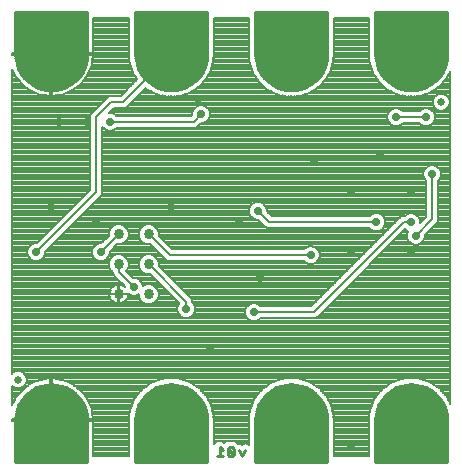
<source format=gbl>
G75*
%MOIN*%
%OFA0B0*%
%FSLAX25Y25*%
%IPPOS*%
%LPD*%
%AMOC8*
5,1,8,0,0,1.08239X$1,22.5*
%
%ADD10C,0.01000*%
%ADD11C,0.02500*%
%ADD12C,0.03400*%
%ADD13C,0.20000*%
%ADD14C,0.00800*%
%ADD15C,0.02900*%
%ADD16C,0.02778*%
D10*
X0169255Y0296400D02*
X0193255Y0296400D01*
X0193255Y0310400D01*
X0193133Y0312108D01*
X0192769Y0313781D01*
X0192171Y0315385D01*
X0191350Y0316888D01*
X0190324Y0318258D01*
X0189113Y0319469D01*
X0187743Y0320495D01*
X0186240Y0321316D01*
X0184636Y0321914D01*
X0182963Y0322278D01*
X0181255Y0322400D01*
X0179547Y0322278D01*
X0177874Y0321914D01*
X0176270Y0321316D01*
X0174767Y0320495D01*
X0173397Y0319469D01*
X0172186Y0318258D01*
X0171160Y0316888D01*
X0170339Y0315385D01*
X0169741Y0313781D01*
X0169377Y0312108D01*
X0169255Y0310400D01*
X0169255Y0296400D01*
X0193255Y0296400D01*
X0193255Y0297399D02*
X0169255Y0297399D01*
X0169255Y0298397D02*
X0193255Y0298397D01*
X0193255Y0299396D02*
X0169255Y0299396D01*
X0169255Y0300394D02*
X0193255Y0300394D01*
X0193255Y0301393D02*
X0169255Y0301393D01*
X0169255Y0302391D02*
X0193255Y0302391D01*
X0193255Y0303390D02*
X0169255Y0303390D01*
X0169255Y0304388D02*
X0193255Y0304388D01*
X0193255Y0305387D02*
X0169255Y0305387D01*
X0169255Y0306385D02*
X0193255Y0306385D01*
X0193255Y0307384D02*
X0169255Y0307384D01*
X0169255Y0308382D02*
X0193255Y0308382D01*
X0193255Y0309381D02*
X0169255Y0309381D01*
X0169255Y0310379D02*
X0193255Y0310379D01*
X0193185Y0311378D02*
X0169325Y0311378D01*
X0169436Y0312376D02*
X0193075Y0312376D01*
X0192857Y0313375D02*
X0169653Y0313375D01*
X0169962Y0314373D02*
X0192548Y0314373D01*
X0192176Y0315372D02*
X0170335Y0315372D01*
X0170877Y0316370D02*
X0191633Y0316370D01*
X0190990Y0317369D02*
X0171520Y0317369D01*
X0172295Y0318367D02*
X0190215Y0318367D01*
X0189217Y0319366D02*
X0173294Y0319366D01*
X0174593Y0320364D02*
X0187917Y0320364D01*
X0186114Y0321363D02*
X0176397Y0321363D01*
X0180714Y0322361D02*
X0181796Y0322361D01*
X0209741Y0313781D02*
X0209377Y0312108D01*
X0209255Y0310400D01*
X0209255Y0296400D01*
X0233255Y0296400D01*
X0233255Y0310400D01*
X0233133Y0312108D01*
X0232769Y0313781D01*
X0232171Y0315385D01*
X0231350Y0316888D01*
X0230324Y0318258D01*
X0229113Y0319469D01*
X0227743Y0320495D01*
X0226240Y0321316D01*
X0224636Y0321914D01*
X0222963Y0322278D01*
X0221255Y0322400D01*
X0219547Y0322278D01*
X0217874Y0321914D01*
X0216270Y0321316D01*
X0214767Y0320495D01*
X0213397Y0319469D01*
X0212186Y0318258D01*
X0211160Y0316888D01*
X0210339Y0315385D01*
X0209741Y0313781D01*
X0209653Y0313375D02*
X0232857Y0313375D01*
X0233075Y0312376D02*
X0209436Y0312376D01*
X0209325Y0311378D02*
X0233185Y0311378D01*
X0233255Y0310379D02*
X0209255Y0310379D01*
X0209255Y0309381D02*
X0233255Y0309381D01*
X0233255Y0308382D02*
X0209255Y0308382D01*
X0209255Y0307384D02*
X0233255Y0307384D01*
X0233255Y0306385D02*
X0209255Y0306385D01*
X0209255Y0305387D02*
X0233255Y0305387D01*
X0233255Y0304388D02*
X0209255Y0304388D01*
X0209255Y0303390D02*
X0233255Y0303390D01*
X0233255Y0302391D02*
X0209255Y0302391D01*
X0209255Y0301393D02*
X0233255Y0301393D01*
X0233255Y0300394D02*
X0209255Y0300394D01*
X0209255Y0299396D02*
X0233255Y0299396D01*
X0233255Y0298397D02*
X0209255Y0298397D01*
X0209255Y0297399D02*
X0233255Y0297399D01*
X0233255Y0296400D02*
X0209255Y0296400D01*
X0209962Y0314373D02*
X0232548Y0314373D01*
X0232176Y0315372D02*
X0210335Y0315372D01*
X0210877Y0316370D02*
X0231633Y0316370D01*
X0230990Y0317369D02*
X0211520Y0317369D01*
X0212295Y0318367D02*
X0230215Y0318367D01*
X0229217Y0319366D02*
X0213294Y0319366D01*
X0214593Y0320364D02*
X0227917Y0320364D01*
X0226114Y0321363D02*
X0216397Y0321363D01*
X0220714Y0322361D02*
X0221796Y0322361D01*
X0237413Y0301403D02*
X0237413Y0298400D01*
X0238413Y0298400D02*
X0236412Y0298400D01*
X0238413Y0300402D02*
X0237413Y0301403D01*
X0240095Y0300902D02*
X0242097Y0298900D01*
X0241596Y0298400D01*
X0240595Y0298400D01*
X0240095Y0298900D01*
X0240095Y0300902D01*
X0240595Y0301403D01*
X0241596Y0301403D01*
X0242097Y0300902D01*
X0242097Y0298900D01*
X0243778Y0300402D02*
X0244779Y0298400D01*
X0245780Y0300402D01*
X0249255Y0300394D02*
X0273255Y0300394D01*
X0273255Y0299396D02*
X0249255Y0299396D01*
X0249255Y0298397D02*
X0273255Y0298397D01*
X0273255Y0297399D02*
X0249255Y0297399D01*
X0249255Y0296400D02*
X0273255Y0296400D01*
X0273255Y0310400D01*
X0273133Y0312108D01*
X0272769Y0313781D01*
X0272171Y0315385D01*
X0271350Y0316888D01*
X0270324Y0318258D01*
X0269113Y0319469D01*
X0267743Y0320495D01*
X0266240Y0321316D01*
X0264636Y0321914D01*
X0262963Y0322278D01*
X0261255Y0322400D01*
X0259547Y0322278D01*
X0257874Y0321914D01*
X0256270Y0321316D01*
X0254767Y0320495D01*
X0253397Y0319469D01*
X0252186Y0318258D01*
X0251160Y0316888D01*
X0250339Y0315385D01*
X0249741Y0313781D01*
X0249377Y0312108D01*
X0249255Y0310400D01*
X0249255Y0296400D01*
X0273255Y0296400D01*
X0273255Y0301393D02*
X0249255Y0301393D01*
X0249255Y0302391D02*
X0273255Y0302391D01*
X0273255Y0303390D02*
X0249255Y0303390D01*
X0249255Y0304388D02*
X0273255Y0304388D01*
X0273255Y0305387D02*
X0249255Y0305387D01*
X0249255Y0306385D02*
X0273255Y0306385D01*
X0273255Y0307384D02*
X0249255Y0307384D01*
X0249255Y0308382D02*
X0273255Y0308382D01*
X0273255Y0309381D02*
X0249255Y0309381D01*
X0249255Y0310379D02*
X0273255Y0310379D01*
X0273185Y0311378D02*
X0249325Y0311378D01*
X0249436Y0312376D02*
X0273075Y0312376D01*
X0272857Y0313375D02*
X0249653Y0313375D01*
X0249962Y0314373D02*
X0272548Y0314373D01*
X0272176Y0315372D02*
X0250335Y0315372D01*
X0250877Y0316370D02*
X0271633Y0316370D01*
X0270990Y0317369D02*
X0251520Y0317369D01*
X0252295Y0318367D02*
X0270215Y0318367D01*
X0269217Y0319366D02*
X0253294Y0319366D01*
X0254593Y0320364D02*
X0267917Y0320364D01*
X0266114Y0321363D02*
X0256397Y0321363D01*
X0260714Y0322361D02*
X0261796Y0322361D01*
X0289741Y0313781D02*
X0289377Y0312108D01*
X0289255Y0310400D01*
X0289255Y0296400D01*
X0313255Y0296400D01*
X0313255Y0310400D01*
X0313133Y0312108D01*
X0312769Y0313781D01*
X0312171Y0315385D01*
X0311350Y0316888D01*
X0310324Y0318258D01*
X0309113Y0319469D01*
X0307743Y0320495D01*
X0306240Y0321316D01*
X0304636Y0321914D01*
X0302963Y0322278D01*
X0301255Y0322400D01*
X0299547Y0322278D01*
X0297874Y0321914D01*
X0296270Y0321316D01*
X0294767Y0320495D01*
X0293397Y0319469D01*
X0292186Y0318258D01*
X0291160Y0316888D01*
X0290339Y0315385D01*
X0289741Y0313781D01*
X0289653Y0313375D02*
X0312857Y0313375D01*
X0313075Y0312376D02*
X0289436Y0312376D01*
X0289325Y0311378D02*
X0313185Y0311378D01*
X0313255Y0310379D02*
X0289255Y0310379D01*
X0289255Y0309381D02*
X0313255Y0309381D01*
X0313255Y0308382D02*
X0289255Y0308382D01*
X0289255Y0307384D02*
X0313255Y0307384D01*
X0313255Y0306385D02*
X0289255Y0306385D01*
X0289255Y0305387D02*
X0313255Y0305387D01*
X0313255Y0304388D02*
X0289255Y0304388D01*
X0289255Y0303390D02*
X0313255Y0303390D01*
X0313255Y0302391D02*
X0289255Y0302391D01*
X0289255Y0301393D02*
X0313255Y0301393D01*
X0313255Y0300394D02*
X0289255Y0300394D01*
X0289255Y0299396D02*
X0313255Y0299396D01*
X0313255Y0298397D02*
X0289255Y0298397D01*
X0289255Y0297399D02*
X0313255Y0297399D01*
X0313255Y0296400D02*
X0289255Y0296400D01*
X0289962Y0314373D02*
X0312548Y0314373D01*
X0312176Y0315372D02*
X0290335Y0315372D01*
X0290877Y0316370D02*
X0311633Y0316370D01*
X0310990Y0317369D02*
X0291520Y0317369D01*
X0292295Y0318367D02*
X0310215Y0318367D01*
X0309217Y0319366D02*
X0293294Y0319366D01*
X0294593Y0320364D02*
X0307917Y0320364D01*
X0306114Y0321363D02*
X0296397Y0321363D01*
X0300714Y0322361D02*
X0301796Y0322361D01*
X0301255Y0420400D02*
X0299547Y0420522D01*
X0297874Y0420886D01*
X0296270Y0421484D01*
X0294767Y0422305D01*
X0293397Y0423331D01*
X0292186Y0424542D01*
X0291160Y0425912D01*
X0290339Y0427415D01*
X0289741Y0429019D01*
X0289377Y0430692D01*
X0289255Y0432400D01*
X0289255Y0446400D01*
X0313255Y0446400D01*
X0313255Y0432400D01*
X0313133Y0430692D01*
X0312769Y0429019D01*
X0312171Y0427415D01*
X0311350Y0425912D01*
X0310324Y0424542D01*
X0309113Y0423331D01*
X0307743Y0422305D01*
X0306240Y0421484D01*
X0304636Y0420886D01*
X0302963Y0420522D01*
X0301255Y0420400D01*
X0296995Y0421214D02*
X0305515Y0421214D01*
X0307573Y0422212D02*
X0294937Y0422212D01*
X0293557Y0423211D02*
X0308953Y0423211D01*
X0309992Y0424209D02*
X0292518Y0424209D01*
X0291687Y0425208D02*
X0310823Y0425208D01*
X0311511Y0426206D02*
X0290999Y0426206D01*
X0290454Y0427205D02*
X0312056Y0427205D01*
X0312465Y0428203D02*
X0290045Y0428203D01*
X0289701Y0429202D02*
X0312809Y0429202D01*
X0313026Y0430201D02*
X0289484Y0430201D01*
X0289341Y0431199D02*
X0313169Y0431199D01*
X0313241Y0432198D02*
X0289270Y0432198D01*
X0289255Y0433196D02*
X0313255Y0433196D01*
X0313255Y0434195D02*
X0289255Y0434195D01*
X0289255Y0435193D02*
X0313255Y0435193D01*
X0313255Y0436192D02*
X0289255Y0436192D01*
X0289255Y0437190D02*
X0313255Y0437190D01*
X0313255Y0438189D02*
X0289255Y0438189D01*
X0289255Y0439187D02*
X0313255Y0439187D01*
X0313255Y0440186D02*
X0289255Y0440186D01*
X0289255Y0441184D02*
X0313255Y0441184D01*
X0313255Y0442183D02*
X0289255Y0442183D01*
X0289255Y0443181D02*
X0313255Y0443181D01*
X0313255Y0444180D02*
X0289255Y0444180D01*
X0289255Y0445178D02*
X0313255Y0445178D01*
X0313255Y0446177D02*
X0289255Y0446177D01*
X0273255Y0446177D02*
X0249255Y0446177D01*
X0249255Y0446400D02*
X0249255Y0432400D01*
X0249377Y0430692D01*
X0249741Y0429019D01*
X0250339Y0427415D01*
X0251160Y0425912D01*
X0252186Y0424542D01*
X0253397Y0423331D01*
X0254767Y0422305D01*
X0256270Y0421484D01*
X0257874Y0420886D01*
X0259547Y0420522D01*
X0261255Y0420400D01*
X0262963Y0420522D01*
X0264636Y0420886D01*
X0266240Y0421484D01*
X0267743Y0422305D01*
X0269113Y0423331D01*
X0270324Y0424542D01*
X0271350Y0425912D01*
X0272171Y0427415D01*
X0272769Y0429019D01*
X0273133Y0430692D01*
X0273255Y0432400D01*
X0273255Y0446400D01*
X0249255Y0446400D01*
X0249255Y0445178D02*
X0273255Y0445178D01*
X0273255Y0444180D02*
X0249255Y0444180D01*
X0249255Y0443181D02*
X0273255Y0443181D01*
X0273255Y0442183D02*
X0249255Y0442183D01*
X0249255Y0441184D02*
X0273255Y0441184D01*
X0273255Y0440186D02*
X0249255Y0440186D01*
X0249255Y0439187D02*
X0273255Y0439187D01*
X0273255Y0438189D02*
X0249255Y0438189D01*
X0249255Y0437190D02*
X0273255Y0437190D01*
X0273255Y0436192D02*
X0249255Y0436192D01*
X0249255Y0435193D02*
X0273255Y0435193D01*
X0273255Y0434195D02*
X0249255Y0434195D01*
X0249255Y0433196D02*
X0273255Y0433196D01*
X0273241Y0432198D02*
X0249270Y0432198D01*
X0249341Y0431199D02*
X0273169Y0431199D01*
X0273026Y0430201D02*
X0249484Y0430201D01*
X0249701Y0429202D02*
X0272809Y0429202D01*
X0272465Y0428203D02*
X0250045Y0428203D01*
X0250454Y0427205D02*
X0272056Y0427205D01*
X0271511Y0426206D02*
X0250999Y0426206D01*
X0251687Y0425208D02*
X0270823Y0425208D01*
X0269992Y0424209D02*
X0252518Y0424209D01*
X0253557Y0423211D02*
X0268953Y0423211D01*
X0267573Y0422212D02*
X0254937Y0422212D01*
X0256995Y0421214D02*
X0265515Y0421214D01*
X0232769Y0429019D02*
X0233133Y0430692D01*
X0233255Y0432400D01*
X0233255Y0446400D01*
X0209255Y0446400D01*
X0209255Y0432400D01*
X0209377Y0430692D01*
X0209741Y0429019D01*
X0210339Y0427415D01*
X0211160Y0425912D01*
X0212186Y0424542D01*
X0213397Y0423331D01*
X0214767Y0422305D01*
X0216270Y0421484D01*
X0217874Y0420886D01*
X0219547Y0420522D01*
X0221255Y0420400D01*
X0222963Y0420522D01*
X0224636Y0420886D01*
X0226240Y0421484D01*
X0227743Y0422305D01*
X0229113Y0423331D01*
X0230324Y0424542D01*
X0231350Y0425912D01*
X0232171Y0427415D01*
X0232769Y0429019D01*
X0232809Y0429202D02*
X0209701Y0429202D01*
X0209484Y0430201D02*
X0233026Y0430201D01*
X0233169Y0431199D02*
X0209341Y0431199D01*
X0209270Y0432198D02*
X0233241Y0432198D01*
X0233255Y0433196D02*
X0209255Y0433196D01*
X0209255Y0434195D02*
X0233255Y0434195D01*
X0233255Y0435193D02*
X0209255Y0435193D01*
X0209255Y0436192D02*
X0233255Y0436192D01*
X0233255Y0437190D02*
X0209255Y0437190D01*
X0209255Y0438189D02*
X0233255Y0438189D01*
X0233255Y0439187D02*
X0209255Y0439187D01*
X0209255Y0440186D02*
X0233255Y0440186D01*
X0233255Y0441184D02*
X0209255Y0441184D01*
X0209255Y0442183D02*
X0233255Y0442183D01*
X0233255Y0443181D02*
X0209255Y0443181D01*
X0209255Y0444180D02*
X0233255Y0444180D01*
X0233255Y0445178D02*
X0209255Y0445178D01*
X0209255Y0446177D02*
X0233255Y0446177D01*
X0232465Y0428203D02*
X0210045Y0428203D01*
X0210454Y0427205D02*
X0232056Y0427205D01*
X0231511Y0426206D02*
X0210999Y0426206D01*
X0211687Y0425208D02*
X0230823Y0425208D01*
X0229992Y0424209D02*
X0212518Y0424209D01*
X0213557Y0423211D02*
X0228953Y0423211D01*
X0227573Y0422212D02*
X0214937Y0422212D01*
X0216995Y0421214D02*
X0225515Y0421214D01*
X0192769Y0429019D02*
X0193133Y0430692D01*
X0193255Y0432400D01*
X0193255Y0446400D01*
X0169255Y0446400D01*
X0169255Y0432400D01*
X0169377Y0430692D01*
X0169741Y0429019D01*
X0170339Y0427415D01*
X0171160Y0425912D01*
X0172186Y0424542D01*
X0173397Y0423331D01*
X0174767Y0422305D01*
X0176270Y0421484D01*
X0177874Y0420886D01*
X0179547Y0420522D01*
X0181255Y0420400D01*
X0182963Y0420522D01*
X0184636Y0420886D01*
X0186240Y0421484D01*
X0187743Y0422305D01*
X0189113Y0423331D01*
X0190324Y0424542D01*
X0191350Y0425912D01*
X0192171Y0427415D01*
X0192769Y0429019D01*
X0192809Y0429202D02*
X0169701Y0429202D01*
X0169484Y0430201D02*
X0193026Y0430201D01*
X0193169Y0431199D02*
X0169341Y0431199D01*
X0169270Y0432198D02*
X0193241Y0432198D01*
X0193255Y0433196D02*
X0169255Y0433196D01*
X0169255Y0434195D02*
X0193255Y0434195D01*
X0193255Y0435193D02*
X0169255Y0435193D01*
X0169255Y0436192D02*
X0193255Y0436192D01*
X0193255Y0437190D02*
X0169255Y0437190D01*
X0169255Y0438189D02*
X0193255Y0438189D01*
X0193255Y0439187D02*
X0169255Y0439187D01*
X0169255Y0440186D02*
X0193255Y0440186D01*
X0193255Y0441184D02*
X0169255Y0441184D01*
X0169255Y0442183D02*
X0193255Y0442183D01*
X0193255Y0443181D02*
X0169255Y0443181D01*
X0169255Y0444180D02*
X0193255Y0444180D01*
X0193255Y0445178D02*
X0169255Y0445178D01*
X0169255Y0446177D02*
X0193255Y0446177D01*
X0192465Y0428203D02*
X0170045Y0428203D01*
X0170454Y0427205D02*
X0192056Y0427205D01*
X0191511Y0426206D02*
X0170999Y0426206D01*
X0171687Y0425208D02*
X0190823Y0425208D01*
X0189992Y0424209D02*
X0172518Y0424209D01*
X0173557Y0423211D02*
X0188953Y0423211D01*
X0187573Y0422212D02*
X0174937Y0422212D01*
X0176995Y0421214D02*
X0185515Y0421214D01*
D11*
X0170255Y0323900D03*
X0311255Y0416400D03*
D12*
X0213755Y0372400D03*
X0203755Y0372400D03*
X0203755Y0362400D03*
X0203755Y0352400D03*
X0213755Y0352400D03*
X0213755Y0362400D03*
D13*
X0221255Y0310400D03*
X0181255Y0310400D03*
X0261255Y0310400D03*
X0301255Y0310400D03*
X0301255Y0432400D03*
X0261255Y0432400D03*
X0221255Y0432400D03*
X0181255Y0432400D03*
D14*
X0180855Y0432147D02*
X0168255Y0432147D01*
X0168255Y0432000D02*
X0180855Y0432000D01*
X0180855Y0432800D01*
X0168255Y0432800D01*
X0168255Y0432000D01*
X0168255Y0427429D02*
X0168260Y0427412D01*
X0168260Y0427412D01*
X0168853Y0426081D01*
X0168853Y0426081D01*
X0169582Y0424819D01*
X0170438Y0423640D01*
X0171413Y0422558D01*
X0172032Y0422000D01*
X0172495Y0421583D01*
X0172496Y0421583D01*
X0173247Y0421037D01*
X0173674Y0420726D01*
X0174595Y0420195D01*
X0174936Y0419998D01*
X0176084Y0419487D01*
X0176267Y0419405D01*
X0177653Y0418955D01*
X0179078Y0418652D01*
X0180527Y0418500D01*
X0180855Y0418500D01*
X0180855Y0432000D01*
X0181655Y0432000D01*
X0181655Y0418500D01*
X0181984Y0418500D01*
X0183432Y0418652D01*
X0184858Y0418955D01*
X0186243Y0419405D01*
X0187574Y0419998D01*
X0188836Y0420726D01*
X0190015Y0421583D01*
X0191097Y0422558D01*
X0191097Y0422558D01*
X0192072Y0423640D01*
X0192072Y0423640D01*
X0192076Y0423646D01*
X0192929Y0424819D01*
X0193657Y0426081D01*
X0194250Y0427412D01*
X0194700Y0428797D01*
X0194700Y0428797D01*
X0195003Y0430223D01*
X0195155Y0431672D01*
X0195155Y0432000D01*
X0181655Y0432000D01*
X0181655Y0432800D01*
X0180855Y0432800D01*
X0180855Y0444400D01*
X0181655Y0444400D01*
X0181655Y0432800D01*
X0195155Y0432800D01*
X0195155Y0444400D01*
X0207155Y0444400D01*
X0207155Y0433183D01*
X0207098Y0433118D01*
X0207155Y0432325D01*
X0207155Y0431530D01*
X0207216Y0431469D01*
X0207233Y0431240D01*
X0207140Y0431096D01*
X0207293Y0430393D01*
X0207345Y0429675D01*
X0207474Y0429563D01*
X0207541Y0429256D01*
X0207470Y0429100D01*
X0207721Y0428426D01*
X0207874Y0427723D01*
X0208018Y0427630D01*
X0208128Y0427336D01*
X0208079Y0427172D01*
X0208424Y0426540D01*
X0208676Y0425866D01*
X0208831Y0425795D01*
X0208982Y0425519D01*
X0208958Y0425350D01*
X0209389Y0424774D01*
X0209734Y0424142D01*
X0209898Y0424094D01*
X0209993Y0423967D01*
X0204427Y0418400D01*
X0200427Y0418400D01*
X0195427Y0413400D01*
X0194255Y0412228D01*
X0194255Y0387228D01*
X0176416Y0369389D01*
X0175661Y0369389D01*
X0174562Y0368934D01*
X0173721Y0368093D01*
X0173266Y0366995D01*
X0173266Y0365805D01*
X0173721Y0364707D01*
X0174562Y0363866D01*
X0175661Y0363411D01*
X0176850Y0363411D01*
X0177948Y0363866D01*
X0178789Y0364707D01*
X0179244Y0365805D01*
X0179244Y0366561D01*
X0198255Y0385572D01*
X0198255Y0408173D01*
X0199062Y0407366D01*
X0200161Y0406911D01*
X0201350Y0406911D01*
X0202448Y0407366D01*
X0202982Y0407900D01*
X0229583Y0407900D01*
X0231095Y0409411D01*
X0231850Y0409411D01*
X0232948Y0409866D01*
X0233789Y0410707D01*
X0234244Y0411805D01*
X0234244Y0412995D01*
X0233789Y0414093D01*
X0232948Y0414934D01*
X0231850Y0415389D01*
X0230661Y0415389D01*
X0229562Y0414934D01*
X0228721Y0414093D01*
X0228266Y0412995D01*
X0228266Y0412239D01*
X0227927Y0411900D01*
X0202982Y0411900D01*
X0202448Y0412434D01*
X0201350Y0412889D01*
X0200572Y0412889D01*
X0202083Y0414400D01*
X0206083Y0414400D01*
X0207255Y0415572D01*
X0212822Y0421138D01*
X0212949Y0421043D01*
X0212998Y0420879D01*
X0213629Y0420534D01*
X0214205Y0420103D01*
X0214374Y0420127D01*
X0214650Y0419976D01*
X0214721Y0419821D01*
X0215395Y0419569D01*
X0216027Y0419224D01*
X0216191Y0419273D01*
X0216486Y0419163D01*
X0216578Y0419019D01*
X0217281Y0418866D01*
X0217955Y0418615D01*
X0218111Y0418686D01*
X0218418Y0418619D01*
X0218530Y0418490D01*
X0219248Y0418438D01*
X0219951Y0418285D01*
X0220095Y0418378D01*
X0220408Y0418355D01*
X0220537Y0418243D01*
X0221255Y0418295D01*
X0221973Y0418243D01*
X0222102Y0418355D01*
X0222415Y0418378D01*
X0222559Y0418285D01*
X0223262Y0418438D01*
X0223980Y0418490D01*
X0224092Y0418619D01*
X0224399Y0418686D01*
X0224555Y0418615D01*
X0225229Y0418866D01*
X0225932Y0419019D01*
X0226025Y0419163D01*
X0226319Y0419273D01*
X0226483Y0419224D01*
X0227115Y0419569D01*
X0227789Y0419821D01*
X0227860Y0419976D01*
X0228136Y0420127D01*
X0228305Y0420103D01*
X0228881Y0420534D01*
X0229513Y0420879D01*
X0229561Y0421043D01*
X0229812Y0421231D01*
X0229983Y0421231D01*
X0230492Y0421740D01*
X0231068Y0422171D01*
X0231093Y0422340D01*
X0231315Y0422563D01*
X0231484Y0422587D01*
X0231915Y0423163D01*
X0232424Y0423672D01*
X0232424Y0423843D01*
X0232612Y0424094D01*
X0232776Y0424142D01*
X0233121Y0424774D01*
X0233553Y0425350D01*
X0233528Y0425519D01*
X0233679Y0425795D01*
X0233834Y0425866D01*
X0234086Y0426540D01*
X0234431Y0427172D01*
X0234382Y0427336D01*
X0234492Y0427630D01*
X0234636Y0427723D01*
X0234789Y0428426D01*
X0235041Y0429100D01*
X0234970Y0429256D01*
X0235036Y0429563D01*
X0235166Y0429675D01*
X0235217Y0430393D01*
X0235370Y0431096D01*
X0235277Y0431240D01*
X0235294Y0431469D01*
X0235355Y0431530D01*
X0235355Y0432325D01*
X0235412Y0433118D01*
X0235355Y0433183D01*
X0235355Y0444400D01*
X0247155Y0444400D01*
X0247155Y0433183D01*
X0247098Y0433118D01*
X0247155Y0432325D01*
X0247155Y0431530D01*
X0247216Y0431469D01*
X0247233Y0431240D01*
X0247140Y0431096D01*
X0247293Y0430393D01*
X0247345Y0429675D01*
X0247474Y0429563D01*
X0247541Y0429256D01*
X0247470Y0429100D01*
X0247721Y0428426D01*
X0247874Y0427723D01*
X0248018Y0427630D01*
X0248128Y0427336D01*
X0248079Y0427172D01*
X0248424Y0426540D01*
X0248676Y0425866D01*
X0248831Y0425795D01*
X0248982Y0425519D01*
X0248958Y0425350D01*
X0249389Y0424774D01*
X0249734Y0424142D01*
X0249898Y0424094D01*
X0250086Y0423843D01*
X0250086Y0423672D01*
X0250595Y0423163D01*
X0251026Y0422587D01*
X0251195Y0422563D01*
X0251418Y0422340D01*
X0251442Y0422171D01*
X0252018Y0421740D01*
X0252527Y0421231D01*
X0252698Y0421231D01*
X0252949Y0421043D01*
X0252998Y0420879D01*
X0253629Y0420534D01*
X0254205Y0420103D01*
X0254374Y0420127D01*
X0254650Y0419976D01*
X0254721Y0419821D01*
X0255395Y0419569D01*
X0256027Y0419224D01*
X0256191Y0419273D01*
X0256486Y0419163D01*
X0256578Y0419019D01*
X0257281Y0418866D01*
X0257955Y0418615D01*
X0258111Y0418686D01*
X0258418Y0418619D01*
X0258530Y0418490D01*
X0259248Y0418438D01*
X0259951Y0418285D01*
X0260095Y0418378D01*
X0260408Y0418355D01*
X0260537Y0418243D01*
X0261255Y0418295D01*
X0261973Y0418243D01*
X0262102Y0418355D01*
X0262415Y0418378D01*
X0262559Y0418285D01*
X0263263Y0418438D01*
X0263980Y0418490D01*
X0264092Y0418619D01*
X0264399Y0418686D01*
X0264555Y0418615D01*
X0265229Y0418866D01*
X0265932Y0419019D01*
X0266025Y0419163D01*
X0266319Y0419273D01*
X0266483Y0419224D01*
X0267115Y0419569D01*
X0267789Y0419821D01*
X0267860Y0419976D01*
X0268136Y0420127D01*
X0268305Y0420103D01*
X0268881Y0420534D01*
X0269513Y0420879D01*
X0269561Y0421043D01*
X0269812Y0421231D01*
X0269983Y0421231D01*
X0270492Y0421740D01*
X0271068Y0422171D01*
X0271093Y0422340D01*
X0271315Y0422563D01*
X0271484Y0422587D01*
X0271915Y0423163D01*
X0272424Y0423672D01*
X0272424Y0423843D01*
X0272612Y0424094D01*
X0272776Y0424142D01*
X0273121Y0424774D01*
X0273553Y0425350D01*
X0273528Y0425519D01*
X0273679Y0425795D01*
X0273834Y0425866D01*
X0274086Y0426540D01*
X0274431Y0427172D01*
X0274382Y0427336D01*
X0274492Y0427630D01*
X0274636Y0427723D01*
X0274789Y0428426D01*
X0275041Y0429100D01*
X0274970Y0429256D01*
X0275036Y0429563D01*
X0275166Y0429675D01*
X0275217Y0430393D01*
X0275370Y0431096D01*
X0275277Y0431240D01*
X0275294Y0431469D01*
X0275355Y0431530D01*
X0275355Y0432325D01*
X0275412Y0433118D01*
X0275355Y0433183D01*
X0275355Y0444400D01*
X0287155Y0444400D01*
X0287155Y0433183D01*
X0287098Y0433118D01*
X0287155Y0432325D01*
X0287155Y0431530D01*
X0287216Y0431469D01*
X0287233Y0431240D01*
X0287140Y0431096D01*
X0287293Y0430393D01*
X0287345Y0429675D01*
X0287474Y0429563D01*
X0287541Y0429256D01*
X0287470Y0429100D01*
X0287721Y0428426D01*
X0287874Y0427723D01*
X0288018Y0427630D01*
X0288128Y0427336D01*
X0288079Y0427172D01*
X0288424Y0426540D01*
X0288676Y0425866D01*
X0288831Y0425795D01*
X0288982Y0425519D01*
X0288958Y0425350D01*
X0289389Y0424774D01*
X0289734Y0424142D01*
X0289898Y0424094D01*
X0290086Y0423843D01*
X0290086Y0423672D01*
X0290595Y0423163D01*
X0291026Y0422587D01*
X0291195Y0422563D01*
X0291418Y0422340D01*
X0291442Y0422171D01*
X0292018Y0421740D01*
X0292527Y0421231D01*
X0292698Y0421231D01*
X0292949Y0421043D01*
X0292998Y0420879D01*
X0293629Y0420534D01*
X0294205Y0420103D01*
X0294374Y0420127D01*
X0294650Y0419976D01*
X0294721Y0419821D01*
X0295395Y0419569D01*
X0296027Y0419224D01*
X0296191Y0419273D01*
X0296486Y0419163D01*
X0296578Y0419019D01*
X0297281Y0418866D01*
X0297955Y0418615D01*
X0298111Y0418686D01*
X0298418Y0418619D01*
X0298530Y0418490D01*
X0299248Y0418438D01*
X0299951Y0418285D01*
X0300095Y0418378D01*
X0300408Y0418355D01*
X0300537Y0418243D01*
X0301255Y0418295D01*
X0301973Y0418243D01*
X0302102Y0418355D01*
X0302415Y0418378D01*
X0302559Y0418285D01*
X0303263Y0418438D01*
X0303980Y0418490D01*
X0304092Y0418619D01*
X0304399Y0418686D01*
X0304555Y0418615D01*
X0305229Y0418866D01*
X0305932Y0419019D01*
X0306025Y0419163D01*
X0306319Y0419273D01*
X0306483Y0419224D01*
X0307115Y0419569D01*
X0307789Y0419821D01*
X0307860Y0419976D01*
X0308136Y0420127D01*
X0308305Y0420103D01*
X0308881Y0420534D01*
X0309513Y0420879D01*
X0309561Y0421043D01*
X0309812Y0421231D01*
X0309983Y0421231D01*
X0310492Y0421740D01*
X0311068Y0422171D01*
X0311093Y0422340D01*
X0311315Y0422563D01*
X0311484Y0422587D01*
X0311915Y0423163D01*
X0312424Y0423672D01*
X0312424Y0423843D01*
X0312612Y0424094D01*
X0312776Y0424142D01*
X0313121Y0424774D01*
X0313553Y0425350D01*
X0313528Y0425519D01*
X0313679Y0425795D01*
X0313834Y0425866D01*
X0314086Y0426540D01*
X0314255Y0426851D01*
X0314255Y0315949D01*
X0314086Y0316260D01*
X0313834Y0316934D01*
X0313679Y0317005D01*
X0313528Y0317281D01*
X0313553Y0317450D01*
X0313121Y0318026D01*
X0312776Y0318658D01*
X0312612Y0318706D01*
X0312424Y0318957D01*
X0312424Y0319128D01*
X0311915Y0319637D01*
X0311484Y0320213D01*
X0311315Y0320237D01*
X0311093Y0320460D01*
X0311068Y0320629D01*
X0310492Y0321060D01*
X0309983Y0321569D01*
X0309812Y0321569D01*
X0309561Y0321757D01*
X0309513Y0321921D01*
X0308881Y0322266D01*
X0308305Y0322697D01*
X0308136Y0322673D01*
X0307860Y0322824D01*
X0307789Y0322979D01*
X0307115Y0323231D01*
X0306483Y0323576D01*
X0306319Y0323527D01*
X0306025Y0323637D01*
X0305932Y0323781D01*
X0305229Y0323934D01*
X0304555Y0324185D01*
X0304399Y0324114D01*
X0304092Y0324181D01*
X0303980Y0324310D01*
X0303263Y0324362D01*
X0302559Y0324515D01*
X0302415Y0324422D01*
X0302102Y0324445D01*
X0301973Y0324557D01*
X0301255Y0324505D01*
X0300537Y0324557D01*
X0300408Y0324445D01*
X0300095Y0324422D01*
X0299951Y0324515D01*
X0299248Y0324362D01*
X0298530Y0324310D01*
X0298418Y0324181D01*
X0298111Y0324114D01*
X0297955Y0324185D01*
X0297281Y0323934D01*
X0296578Y0323781D01*
X0296486Y0323637D01*
X0296191Y0323527D01*
X0296027Y0323576D01*
X0295395Y0323231D01*
X0294721Y0322979D01*
X0294650Y0322824D01*
X0294374Y0322673D01*
X0294205Y0322697D01*
X0293629Y0322266D01*
X0292998Y0321921D01*
X0292949Y0321757D01*
X0292698Y0321569D01*
X0292527Y0321569D01*
X0292018Y0321060D01*
X0291442Y0320629D01*
X0291418Y0320460D01*
X0291195Y0320237D01*
X0291026Y0320213D01*
X0290595Y0319637D01*
X0290086Y0319128D01*
X0290086Y0318957D01*
X0289898Y0318706D01*
X0289734Y0318658D01*
X0289389Y0318026D01*
X0288958Y0317450D01*
X0288982Y0317281D01*
X0288831Y0317005D01*
X0288676Y0316934D01*
X0288424Y0316260D01*
X0288079Y0315628D01*
X0288128Y0315464D01*
X0288018Y0315170D01*
X0287874Y0315077D01*
X0287721Y0314374D01*
X0287470Y0313700D01*
X0287541Y0313544D01*
X0287474Y0313237D01*
X0287345Y0313125D01*
X0287293Y0312407D01*
X0287140Y0311704D01*
X0287233Y0311560D01*
X0287216Y0311331D01*
X0287155Y0311270D01*
X0287155Y0310475D01*
X0287098Y0309682D01*
X0287155Y0309617D01*
X0287155Y0298400D01*
X0275355Y0298400D01*
X0275355Y0309617D01*
X0275412Y0309682D01*
X0275355Y0310475D01*
X0275355Y0311270D01*
X0275294Y0311331D01*
X0275277Y0311560D01*
X0275370Y0311704D01*
X0275217Y0312407D01*
X0275166Y0313125D01*
X0275036Y0313237D01*
X0274970Y0313544D01*
X0275041Y0313700D01*
X0274789Y0314374D01*
X0274636Y0315077D01*
X0274492Y0315170D01*
X0274382Y0315464D01*
X0274431Y0315628D01*
X0274086Y0316260D01*
X0273834Y0316934D01*
X0273679Y0317005D01*
X0273528Y0317281D01*
X0273553Y0317450D01*
X0273121Y0318026D01*
X0272776Y0318658D01*
X0272612Y0318706D01*
X0272424Y0318957D01*
X0272424Y0319128D01*
X0271915Y0319637D01*
X0271484Y0320213D01*
X0271315Y0320237D01*
X0271093Y0320460D01*
X0271068Y0320629D01*
X0270492Y0321060D01*
X0269983Y0321569D01*
X0269812Y0321569D01*
X0269561Y0321757D01*
X0269513Y0321921D01*
X0268881Y0322266D01*
X0268305Y0322697D01*
X0268136Y0322673D01*
X0267860Y0322824D01*
X0267789Y0322979D01*
X0267115Y0323231D01*
X0266483Y0323576D01*
X0266319Y0323527D01*
X0266025Y0323637D01*
X0265932Y0323781D01*
X0265229Y0323934D01*
X0264555Y0324185D01*
X0264399Y0324114D01*
X0264092Y0324181D01*
X0263980Y0324310D01*
X0263263Y0324362D01*
X0262559Y0324515D01*
X0262415Y0324422D01*
X0262102Y0324445D01*
X0261973Y0324557D01*
X0261255Y0324505D01*
X0260537Y0324557D01*
X0260408Y0324445D01*
X0260095Y0324422D01*
X0259951Y0324515D01*
X0259248Y0324362D01*
X0258530Y0324310D01*
X0258418Y0324181D01*
X0258111Y0324114D01*
X0257955Y0324185D01*
X0257281Y0323934D01*
X0256578Y0323781D01*
X0256486Y0323637D01*
X0256191Y0323527D01*
X0256027Y0323576D01*
X0255395Y0323231D01*
X0254721Y0322979D01*
X0254650Y0322824D01*
X0254374Y0322673D01*
X0254205Y0322697D01*
X0253629Y0322266D01*
X0252998Y0321921D01*
X0252949Y0321757D01*
X0252698Y0321569D01*
X0252527Y0321569D01*
X0252018Y0321060D01*
X0251442Y0320629D01*
X0251418Y0320460D01*
X0251195Y0320237D01*
X0251026Y0320213D01*
X0250595Y0319637D01*
X0250086Y0319128D01*
X0250086Y0318957D01*
X0249898Y0318706D01*
X0249734Y0318658D01*
X0249389Y0318026D01*
X0248958Y0317450D01*
X0248982Y0317281D01*
X0248831Y0317005D01*
X0248676Y0316934D01*
X0248424Y0316260D01*
X0248079Y0315628D01*
X0248128Y0315464D01*
X0248018Y0315170D01*
X0247874Y0315077D01*
X0247721Y0314374D01*
X0247470Y0313700D01*
X0247541Y0313544D01*
X0247474Y0313237D01*
X0247345Y0313125D01*
X0247293Y0312407D01*
X0247140Y0311704D01*
X0247233Y0311560D01*
X0247216Y0311331D01*
X0247155Y0311270D01*
X0247155Y0310475D01*
X0247098Y0309682D01*
X0247155Y0309617D01*
X0247155Y0302062D01*
X0245941Y0302669D01*
X0244779Y0302282D01*
X0243617Y0302669D01*
X0243405Y0302563D01*
X0243035Y0302934D01*
X0242466Y0303503D01*
X0241587Y0303503D01*
X0240726Y0303503D01*
X0239726Y0303503D01*
X0239225Y0303002D01*
X0239004Y0302781D01*
X0238282Y0303503D01*
X0236543Y0303503D01*
X0235355Y0302315D01*
X0235355Y0309617D01*
X0235412Y0309682D01*
X0235355Y0310475D01*
X0235355Y0311270D01*
X0235294Y0311331D01*
X0235277Y0311560D01*
X0235370Y0311704D01*
X0235217Y0312407D01*
X0235166Y0313125D01*
X0235036Y0313237D01*
X0234970Y0313544D01*
X0235041Y0313700D01*
X0234789Y0314374D01*
X0234636Y0315077D01*
X0234492Y0315170D01*
X0234382Y0315464D01*
X0234431Y0315628D01*
X0234086Y0316260D01*
X0233834Y0316934D01*
X0233679Y0317005D01*
X0233528Y0317281D01*
X0233553Y0317450D01*
X0233121Y0318026D01*
X0232776Y0318658D01*
X0232612Y0318706D01*
X0232424Y0318957D01*
X0232424Y0319128D01*
X0231915Y0319637D01*
X0231484Y0320213D01*
X0231315Y0320237D01*
X0231093Y0320460D01*
X0231068Y0320629D01*
X0230492Y0321060D01*
X0229983Y0321569D01*
X0229812Y0321569D01*
X0229561Y0321757D01*
X0229513Y0321921D01*
X0228881Y0322266D01*
X0228305Y0322697D01*
X0228136Y0322673D01*
X0227860Y0322824D01*
X0227789Y0322979D01*
X0227115Y0323231D01*
X0226483Y0323576D01*
X0226319Y0323527D01*
X0226025Y0323637D01*
X0225932Y0323781D01*
X0225229Y0323934D01*
X0224555Y0324185D01*
X0224399Y0324114D01*
X0224092Y0324181D01*
X0223980Y0324310D01*
X0223262Y0324362D01*
X0222559Y0324515D01*
X0222415Y0324422D01*
X0222102Y0324445D01*
X0221973Y0324557D01*
X0221255Y0324505D01*
X0220537Y0324557D01*
X0220408Y0324445D01*
X0220095Y0324422D01*
X0219951Y0324515D01*
X0219248Y0324362D01*
X0218530Y0324310D01*
X0218418Y0324181D01*
X0218111Y0324114D01*
X0217955Y0324185D01*
X0217281Y0323934D01*
X0216578Y0323781D01*
X0216486Y0323637D01*
X0216191Y0323527D01*
X0216027Y0323576D01*
X0215395Y0323231D01*
X0214721Y0322979D01*
X0214650Y0322824D01*
X0214374Y0322673D01*
X0214205Y0322697D01*
X0213629Y0322266D01*
X0212998Y0321921D01*
X0212949Y0321757D01*
X0212698Y0321569D01*
X0212527Y0321569D01*
X0212018Y0321060D01*
X0211442Y0320629D01*
X0211418Y0320460D01*
X0211195Y0320237D01*
X0211026Y0320213D01*
X0210595Y0319637D01*
X0210086Y0319128D01*
X0210086Y0318957D01*
X0209898Y0318706D01*
X0209734Y0318658D01*
X0209389Y0318026D01*
X0208958Y0317450D01*
X0208982Y0317281D01*
X0208831Y0317005D01*
X0208676Y0316934D01*
X0208424Y0316260D01*
X0208079Y0315628D01*
X0208128Y0315464D01*
X0208018Y0315170D01*
X0207874Y0315077D01*
X0207721Y0314374D01*
X0207470Y0313700D01*
X0207541Y0313544D01*
X0207474Y0313237D01*
X0207345Y0313125D01*
X0207293Y0312407D01*
X0207140Y0311704D01*
X0207233Y0311560D01*
X0207216Y0311331D01*
X0207155Y0311270D01*
X0207155Y0310475D01*
X0207098Y0309682D01*
X0207155Y0309617D01*
X0207155Y0298400D01*
X0195155Y0298400D01*
X0195155Y0310000D01*
X0181655Y0310000D01*
X0181655Y0298400D01*
X0180855Y0298400D01*
X0180855Y0310000D01*
X0168255Y0310000D01*
X0168255Y0310800D01*
X0180855Y0310800D01*
X0180855Y0310000D01*
X0181655Y0310000D01*
X0181655Y0310800D01*
X0180855Y0310800D01*
X0180855Y0324300D01*
X0180527Y0324300D01*
X0179078Y0324148D01*
X0177653Y0323845D01*
X0176267Y0323395D01*
X0174936Y0322802D01*
X0173674Y0322074D01*
X0172496Y0321217D01*
X0171413Y0320242D01*
X0170438Y0319160D01*
X0170438Y0319160D01*
X0170431Y0319150D01*
X0169582Y0317981D01*
X0168853Y0316719D01*
X0168260Y0315388D01*
X0168255Y0315371D01*
X0168255Y0321870D01*
X0168641Y0321484D01*
X0169688Y0321050D01*
X0170822Y0321050D01*
X0171869Y0321484D01*
X0172671Y0322286D01*
X0173105Y0323333D01*
X0173105Y0324467D01*
X0172671Y0325514D01*
X0171869Y0326316D01*
X0170822Y0326750D01*
X0169688Y0326750D01*
X0168641Y0326316D01*
X0168255Y0325930D01*
X0168255Y0427429D01*
X0168255Y0427356D02*
X0168285Y0427356D01*
X0168255Y0426557D02*
X0168641Y0426557D01*
X0168255Y0425759D02*
X0169039Y0425759D01*
X0169500Y0424960D02*
X0168255Y0424960D01*
X0168255Y0424162D02*
X0170059Y0424162D01*
X0170438Y0423640D02*
X0170438Y0423640D01*
X0170687Y0423363D02*
X0168255Y0423363D01*
X0168255Y0422565D02*
X0171406Y0422565D01*
X0171413Y0422558D02*
X0171413Y0422558D01*
X0171413Y0422558D01*
X0172292Y0421766D02*
X0168255Y0421766D01*
X0168255Y0420968D02*
X0173342Y0420968D01*
X0173674Y0420726D02*
X0173674Y0420726D01*
X0174639Y0420169D02*
X0168255Y0420169D01*
X0168255Y0419371D02*
X0176374Y0419371D01*
X0176267Y0419405D02*
X0176267Y0419405D01*
X0174936Y0419998D02*
X0174936Y0419998D01*
X0179839Y0418572D02*
X0168255Y0418572D01*
X0168255Y0417774D02*
X0199800Y0417774D01*
X0199002Y0416975D02*
X0168255Y0416975D01*
X0168255Y0416177D02*
X0198203Y0416177D01*
X0197405Y0415378D02*
X0168255Y0415378D01*
X0168255Y0414580D02*
X0196606Y0414580D01*
X0195808Y0413781D02*
X0168255Y0413781D01*
X0168255Y0412983D02*
X0195009Y0412983D01*
X0194255Y0412184D02*
X0168255Y0412184D01*
X0168255Y0411386D02*
X0194255Y0411386D01*
X0194255Y0410587D02*
X0168255Y0410587D01*
X0168255Y0409789D02*
X0194255Y0409789D01*
X0194255Y0408990D02*
X0168255Y0408990D01*
X0168255Y0408192D02*
X0194255Y0408192D01*
X0194255Y0407393D02*
X0168255Y0407393D01*
X0168255Y0406595D02*
X0194255Y0406595D01*
X0194255Y0405796D02*
X0168255Y0405796D01*
X0168255Y0404998D02*
X0194255Y0404998D01*
X0194255Y0404199D02*
X0168255Y0404199D01*
X0168255Y0403401D02*
X0194255Y0403401D01*
X0194255Y0402602D02*
X0168255Y0402602D01*
X0168255Y0401803D02*
X0194255Y0401803D01*
X0194255Y0401005D02*
X0168255Y0401005D01*
X0168255Y0400206D02*
X0194255Y0400206D01*
X0194255Y0399408D02*
X0168255Y0399408D01*
X0168255Y0398609D02*
X0194255Y0398609D01*
X0194255Y0397811D02*
X0168255Y0397811D01*
X0168255Y0397012D02*
X0194255Y0397012D01*
X0194255Y0396214D02*
X0168255Y0396214D01*
X0168255Y0395415D02*
X0194255Y0395415D01*
X0194255Y0394617D02*
X0168255Y0394617D01*
X0168255Y0393818D02*
X0194255Y0393818D01*
X0194255Y0393020D02*
X0168255Y0393020D01*
X0168255Y0392221D02*
X0194255Y0392221D01*
X0194255Y0391423D02*
X0168255Y0391423D01*
X0168255Y0390624D02*
X0194255Y0390624D01*
X0194255Y0389826D02*
X0168255Y0389826D01*
X0168255Y0389027D02*
X0194255Y0389027D01*
X0194255Y0388229D02*
X0168255Y0388229D01*
X0168255Y0387430D02*
X0194255Y0387430D01*
X0193658Y0386632D02*
X0168255Y0386632D01*
X0168255Y0385833D02*
X0192860Y0385833D01*
X0192061Y0385035D02*
X0168255Y0385035D01*
X0168255Y0384236D02*
X0191263Y0384236D01*
X0190464Y0383438D02*
X0168255Y0383438D01*
X0168255Y0382639D02*
X0189666Y0382639D01*
X0188867Y0381841D02*
X0168255Y0381841D01*
X0168255Y0381042D02*
X0188069Y0381042D01*
X0187270Y0380244D02*
X0168255Y0380244D01*
X0168255Y0379445D02*
X0186472Y0379445D01*
X0185673Y0378647D02*
X0168255Y0378647D01*
X0168255Y0377848D02*
X0184875Y0377848D01*
X0184076Y0377050D02*
X0168255Y0377050D01*
X0168255Y0376251D02*
X0183278Y0376251D01*
X0182479Y0375453D02*
X0168255Y0375453D01*
X0168255Y0374654D02*
X0181681Y0374654D01*
X0180882Y0373856D02*
X0168255Y0373856D01*
X0168255Y0373057D02*
X0180084Y0373057D01*
X0179285Y0372259D02*
X0168255Y0372259D01*
X0168255Y0371460D02*
X0178487Y0371460D01*
X0177688Y0370662D02*
X0168255Y0370662D01*
X0168255Y0369863D02*
X0176890Y0369863D01*
X0174877Y0369065D02*
X0168255Y0369065D01*
X0168255Y0368266D02*
X0173894Y0368266D01*
X0173462Y0367468D02*
X0168255Y0367468D01*
X0168255Y0366669D02*
X0173266Y0366669D01*
X0173266Y0365870D02*
X0168255Y0365870D01*
X0168255Y0365072D02*
X0173570Y0365072D01*
X0174155Y0364273D02*
X0168255Y0364273D01*
X0168255Y0363475D02*
X0175506Y0363475D01*
X0177004Y0363475D02*
X0197006Y0363475D01*
X0197161Y0363411D02*
X0198350Y0363411D01*
X0199448Y0363866D01*
X0200289Y0364707D01*
X0200744Y0365805D01*
X0200744Y0366561D01*
X0203283Y0369100D01*
X0204411Y0369100D01*
X0205624Y0369602D01*
X0206553Y0370531D01*
X0207055Y0371744D01*
X0207055Y0373056D01*
X0206553Y0374269D01*
X0205624Y0375198D01*
X0204411Y0375700D01*
X0203099Y0375700D01*
X0201886Y0375198D01*
X0200957Y0374269D01*
X0200455Y0373056D01*
X0200455Y0371928D01*
X0197916Y0369389D01*
X0197161Y0369389D01*
X0196062Y0368934D01*
X0195221Y0368093D01*
X0194766Y0366995D01*
X0194766Y0365805D01*
X0195221Y0364707D01*
X0196062Y0363866D01*
X0197161Y0363411D01*
X0198504Y0363475D02*
X0200628Y0363475D01*
X0200455Y0363056D02*
X0200957Y0364269D01*
X0201886Y0365198D01*
X0203099Y0365700D01*
X0204411Y0365700D01*
X0205624Y0365198D01*
X0206553Y0364269D01*
X0207055Y0363056D01*
X0207055Y0361744D01*
X0206553Y0360531D01*
X0206253Y0360231D01*
X0208595Y0357889D01*
X0209350Y0357889D01*
X0210448Y0357434D01*
X0211289Y0356593D01*
X0211744Y0355495D01*
X0211744Y0355056D01*
X0211886Y0355198D01*
X0213099Y0355700D01*
X0214411Y0355700D01*
X0215624Y0355198D01*
X0216553Y0354269D01*
X0217055Y0353056D01*
X0217055Y0351744D01*
X0216553Y0350531D01*
X0215624Y0349602D01*
X0214411Y0349100D01*
X0213099Y0349100D01*
X0211886Y0349602D01*
X0210957Y0350531D01*
X0210455Y0351744D01*
X0210455Y0352373D01*
X0210448Y0352366D01*
X0209350Y0351911D01*
X0208161Y0351911D01*
X0207062Y0352366D01*
X0206855Y0352573D01*
X0206855Y0352500D01*
X0203855Y0352500D01*
X0203655Y0352500D01*
X0203655Y0352300D01*
X0200655Y0352300D01*
X0200655Y0352095D01*
X0200774Y0351496D01*
X0201008Y0350932D01*
X0201347Y0350424D01*
X0201779Y0349992D01*
X0202287Y0349653D01*
X0202851Y0349419D01*
X0203450Y0349300D01*
X0203655Y0349300D01*
X0203655Y0352300D01*
X0203855Y0352300D01*
X0203855Y0349300D01*
X0204060Y0349300D01*
X0204659Y0349419D01*
X0205223Y0349653D01*
X0205731Y0349992D01*
X0206163Y0350424D01*
X0206502Y0350932D01*
X0206736Y0351496D01*
X0206855Y0352095D01*
X0206855Y0352300D01*
X0203855Y0352300D01*
X0203855Y0352500D01*
X0203855Y0355500D01*
X0204060Y0355500D01*
X0204659Y0355381D01*
X0205223Y0355147D01*
X0205731Y0354808D01*
X0205766Y0354773D01*
X0205766Y0355061D01*
X0202927Y0357900D01*
X0201755Y0359072D01*
X0201755Y0359733D01*
X0200957Y0360531D01*
X0200455Y0361744D01*
X0200455Y0363056D01*
X0200455Y0362676D02*
X0168255Y0362676D01*
X0168255Y0361878D02*
X0200455Y0361878D01*
X0200730Y0361079D02*
X0168255Y0361079D01*
X0168255Y0360281D02*
X0201207Y0360281D01*
X0201755Y0359482D02*
X0168255Y0359482D01*
X0168255Y0358684D02*
X0202143Y0358684D01*
X0202941Y0357885D02*
X0168255Y0357885D01*
X0168255Y0357087D02*
X0203740Y0357087D01*
X0204538Y0356288D02*
X0168255Y0356288D01*
X0168255Y0355490D02*
X0203399Y0355490D01*
X0203450Y0355500D02*
X0202851Y0355381D01*
X0202287Y0355147D01*
X0201779Y0354808D01*
X0201347Y0354376D01*
X0201008Y0353868D01*
X0200774Y0353304D01*
X0200655Y0352705D01*
X0200655Y0352500D01*
X0203655Y0352500D01*
X0203655Y0355500D01*
X0203450Y0355500D01*
X0203655Y0355490D02*
X0203855Y0355490D01*
X0204111Y0355490D02*
X0205337Y0355490D01*
X0203855Y0354691D02*
X0203655Y0354691D01*
X0203655Y0353893D02*
X0203855Y0353893D01*
X0203855Y0353094D02*
X0203655Y0353094D01*
X0203655Y0352296D02*
X0203855Y0352296D01*
X0203855Y0351497D02*
X0203655Y0351497D01*
X0203655Y0350699D02*
X0203855Y0350699D01*
X0203855Y0349900D02*
X0203655Y0349900D01*
X0201916Y0349900D02*
X0168255Y0349900D01*
X0168255Y0349102D02*
X0213094Y0349102D01*
X0214416Y0349102D02*
X0223730Y0349102D01*
X0223721Y0349093D02*
X0223266Y0347995D01*
X0223266Y0346805D01*
X0223721Y0345707D01*
X0224562Y0344866D01*
X0225661Y0344411D01*
X0226850Y0344411D01*
X0227948Y0344866D01*
X0228789Y0345707D01*
X0229244Y0346805D01*
X0229244Y0347995D01*
X0228789Y0349093D01*
X0228255Y0349627D01*
X0228255Y0350728D01*
X0227083Y0351900D01*
X0217055Y0361928D01*
X0217055Y0363056D01*
X0216553Y0364269D01*
X0215624Y0365198D01*
X0214411Y0365700D01*
X0213099Y0365700D01*
X0211886Y0365198D01*
X0210957Y0364269D01*
X0210455Y0363056D01*
X0210455Y0361744D01*
X0210957Y0360531D01*
X0211886Y0359602D01*
X0213099Y0359100D01*
X0214227Y0359100D01*
X0223977Y0349349D01*
X0223721Y0349093D01*
X0223394Y0348303D02*
X0168255Y0348303D01*
X0168255Y0347505D02*
X0223266Y0347505D01*
X0223307Y0346706D02*
X0168255Y0346706D01*
X0168255Y0345908D02*
X0223638Y0345908D01*
X0224319Y0345109D02*
X0168255Y0345109D01*
X0168255Y0344311D02*
X0246617Y0344311D01*
X0246221Y0344707D02*
X0247062Y0343866D01*
X0248161Y0343411D01*
X0249350Y0343411D01*
X0250448Y0343866D01*
X0250982Y0344400D01*
X0269583Y0344400D01*
X0270755Y0345572D01*
X0299306Y0374122D01*
X0299562Y0373866D01*
X0300221Y0373593D01*
X0299766Y0372495D01*
X0299766Y0371305D01*
X0300221Y0370207D01*
X0301062Y0369366D01*
X0302161Y0368911D01*
X0303350Y0368911D01*
X0304448Y0369366D01*
X0305289Y0370207D01*
X0305744Y0371305D01*
X0305744Y0372061D01*
X0309083Y0375400D01*
X0310255Y0376572D01*
X0310255Y0390173D01*
X0310789Y0390707D01*
X0311244Y0391805D01*
X0311244Y0392995D01*
X0310789Y0394093D01*
X0309948Y0394934D01*
X0308850Y0395389D01*
X0307661Y0395389D01*
X0306562Y0394934D01*
X0305721Y0394093D01*
X0305266Y0392995D01*
X0305266Y0391805D01*
X0305721Y0390707D01*
X0306255Y0390173D01*
X0306255Y0378228D01*
X0304244Y0376217D01*
X0304244Y0376995D01*
X0303789Y0378093D01*
X0302948Y0378934D01*
X0301850Y0379389D01*
X0300661Y0379389D01*
X0299562Y0378934D01*
X0299028Y0378400D01*
X0297927Y0378400D01*
X0267927Y0348400D01*
X0250982Y0348400D01*
X0250448Y0348934D01*
X0249350Y0349389D01*
X0248161Y0349389D01*
X0247062Y0348934D01*
X0246221Y0348093D01*
X0245766Y0346995D01*
X0245766Y0345805D01*
X0246221Y0344707D01*
X0246054Y0345109D02*
X0228191Y0345109D01*
X0228872Y0345908D02*
X0245766Y0345908D01*
X0245766Y0346706D02*
X0229203Y0346706D01*
X0229244Y0347505D02*
X0245977Y0347505D01*
X0246431Y0348303D02*
X0229116Y0348303D01*
X0228780Y0349102D02*
X0247467Y0349102D01*
X0250043Y0349102D02*
X0268628Y0349102D01*
X0269427Y0349900D02*
X0228255Y0349900D01*
X0228255Y0350699D02*
X0270225Y0350699D01*
X0271024Y0351497D02*
X0227486Y0351497D01*
X0226688Y0352296D02*
X0271822Y0352296D01*
X0272621Y0353094D02*
X0225889Y0353094D01*
X0225091Y0353893D02*
X0273419Y0353893D01*
X0274218Y0354691D02*
X0224292Y0354691D01*
X0223494Y0355490D02*
X0275016Y0355490D01*
X0275815Y0356288D02*
X0222695Y0356288D01*
X0221897Y0357087D02*
X0276614Y0357087D01*
X0277412Y0357885D02*
X0221098Y0357885D01*
X0220300Y0358684D02*
X0278211Y0358684D01*
X0279009Y0359482D02*
X0219501Y0359482D01*
X0218703Y0360281D02*
X0279808Y0360281D01*
X0280606Y0361079D02*
X0217904Y0361079D01*
X0217106Y0361878D02*
X0281405Y0361878D01*
X0282203Y0362676D02*
X0269024Y0362676D01*
X0269425Y0362842D02*
X0268326Y0362387D01*
X0267137Y0362387D01*
X0266038Y0362842D01*
X0265504Y0363376D01*
X0219903Y0363376D01*
X0218731Y0364548D01*
X0218731Y0364595D01*
X0214227Y0369100D01*
X0213099Y0369100D01*
X0211886Y0369602D01*
X0210957Y0370531D01*
X0210455Y0371744D01*
X0210455Y0373056D01*
X0210957Y0374269D01*
X0211886Y0375198D01*
X0213099Y0375700D01*
X0214411Y0375700D01*
X0215624Y0375198D01*
X0216553Y0374269D01*
X0217055Y0373056D01*
X0217055Y0371928D01*
X0221560Y0367424D01*
X0221607Y0367376D01*
X0265504Y0367376D01*
X0266038Y0367910D01*
X0267137Y0368365D01*
X0268326Y0368365D01*
X0269425Y0367910D01*
X0270265Y0367069D01*
X0270720Y0365971D01*
X0270720Y0364782D01*
X0270265Y0363683D01*
X0269425Y0362842D01*
X0270057Y0363475D02*
X0283002Y0363475D01*
X0283800Y0364273D02*
X0270510Y0364273D01*
X0270720Y0365072D02*
X0284599Y0365072D01*
X0285397Y0365870D02*
X0270720Y0365870D01*
X0270431Y0366669D02*
X0286196Y0366669D01*
X0286994Y0367468D02*
X0269867Y0367468D01*
X0268566Y0368266D02*
X0287793Y0368266D01*
X0288591Y0369065D02*
X0219919Y0369065D01*
X0219120Y0369863D02*
X0289390Y0369863D01*
X0290188Y0370662D02*
X0218322Y0370662D01*
X0217523Y0371460D02*
X0290987Y0371460D01*
X0291785Y0372259D02*
X0217055Y0372259D01*
X0217055Y0373057D02*
X0292584Y0373057D01*
X0293382Y0373856D02*
X0291348Y0373856D01*
X0291373Y0373866D02*
X0292214Y0374707D01*
X0292669Y0375805D01*
X0292669Y0376995D01*
X0292214Y0378093D01*
X0291373Y0378934D01*
X0290275Y0379389D01*
X0289086Y0379389D01*
X0287987Y0378934D01*
X0287453Y0378400D01*
X0254683Y0378400D01*
X0253044Y0380039D01*
X0253044Y0380795D01*
X0252589Y0381893D01*
X0251748Y0382734D01*
X0250650Y0383189D01*
X0249461Y0383189D01*
X0248362Y0382734D01*
X0247521Y0381893D01*
X0247066Y0380795D01*
X0247066Y0379605D01*
X0247521Y0378507D01*
X0248362Y0377666D01*
X0249461Y0377211D01*
X0250216Y0377211D01*
X0251855Y0375572D01*
X0253027Y0374400D01*
X0287453Y0374400D01*
X0287987Y0373866D01*
X0289086Y0373411D01*
X0290275Y0373411D01*
X0291373Y0373866D01*
X0292161Y0374654D02*
X0294181Y0374654D01*
X0294979Y0375453D02*
X0292523Y0375453D01*
X0292669Y0376251D02*
X0295778Y0376251D01*
X0296576Y0377050D02*
X0292646Y0377050D01*
X0292316Y0377848D02*
X0297375Y0377848D01*
X0298755Y0376400D02*
X0268755Y0346400D01*
X0248755Y0346400D01*
X0250893Y0344311D02*
X0314255Y0344311D01*
X0314255Y0345109D02*
X0270293Y0345109D01*
X0271091Y0345908D02*
X0314255Y0345908D01*
X0314255Y0346706D02*
X0271890Y0346706D01*
X0272688Y0347505D02*
X0314255Y0347505D01*
X0314255Y0348303D02*
X0273487Y0348303D01*
X0274285Y0349102D02*
X0314255Y0349102D01*
X0314255Y0349900D02*
X0275084Y0349900D01*
X0275882Y0350699D02*
X0314255Y0350699D01*
X0314255Y0351497D02*
X0276681Y0351497D01*
X0277479Y0352296D02*
X0314255Y0352296D01*
X0314255Y0353094D02*
X0278278Y0353094D01*
X0279076Y0353893D02*
X0314255Y0353893D01*
X0314255Y0354691D02*
X0279875Y0354691D01*
X0280673Y0355490D02*
X0314255Y0355490D01*
X0314255Y0356288D02*
X0281472Y0356288D01*
X0282270Y0357087D02*
X0314255Y0357087D01*
X0314255Y0357885D02*
X0283069Y0357885D01*
X0283867Y0358684D02*
X0314255Y0358684D01*
X0314255Y0359482D02*
X0284666Y0359482D01*
X0285464Y0360281D02*
X0314255Y0360281D01*
X0314255Y0361079D02*
X0286263Y0361079D01*
X0287061Y0361878D02*
X0314255Y0361878D01*
X0314255Y0362676D02*
X0287860Y0362676D01*
X0288658Y0363475D02*
X0314255Y0363475D01*
X0314255Y0364273D02*
X0289457Y0364273D01*
X0290255Y0365072D02*
X0314255Y0365072D01*
X0314255Y0365870D02*
X0291054Y0365870D01*
X0291852Y0366669D02*
X0314255Y0366669D01*
X0314255Y0367468D02*
X0292651Y0367468D01*
X0293450Y0368266D02*
X0314255Y0368266D01*
X0314255Y0369065D02*
X0303720Y0369065D01*
X0304945Y0369863D02*
X0314255Y0369863D01*
X0314255Y0370662D02*
X0305477Y0370662D01*
X0305744Y0371460D02*
X0314255Y0371460D01*
X0314255Y0372259D02*
X0305942Y0372259D01*
X0306741Y0373057D02*
X0314255Y0373057D01*
X0314255Y0373856D02*
X0307539Y0373856D01*
X0308338Y0374654D02*
X0314255Y0374654D01*
X0314255Y0375453D02*
X0309136Y0375453D01*
X0309935Y0376251D02*
X0314255Y0376251D01*
X0314255Y0377050D02*
X0310255Y0377050D01*
X0310255Y0377848D02*
X0314255Y0377848D01*
X0314255Y0378647D02*
X0310255Y0378647D01*
X0310255Y0379445D02*
X0314255Y0379445D01*
X0314255Y0380244D02*
X0310255Y0380244D01*
X0310255Y0381042D02*
X0314255Y0381042D01*
X0314255Y0381841D02*
X0310255Y0381841D01*
X0310255Y0382639D02*
X0314255Y0382639D01*
X0314255Y0383438D02*
X0310255Y0383438D01*
X0310255Y0384236D02*
X0314255Y0384236D01*
X0314255Y0385035D02*
X0310255Y0385035D01*
X0310255Y0385833D02*
X0314255Y0385833D01*
X0314255Y0386632D02*
X0310255Y0386632D01*
X0310255Y0387430D02*
X0314255Y0387430D01*
X0314255Y0388229D02*
X0310255Y0388229D01*
X0310255Y0389027D02*
X0314255Y0389027D01*
X0314255Y0389826D02*
X0310255Y0389826D01*
X0310706Y0390624D02*
X0314255Y0390624D01*
X0314255Y0391423D02*
X0311086Y0391423D01*
X0311244Y0392221D02*
X0314255Y0392221D01*
X0314255Y0393020D02*
X0311234Y0393020D01*
X0310903Y0393818D02*
X0314255Y0393818D01*
X0314255Y0394617D02*
X0310265Y0394617D01*
X0308255Y0392400D02*
X0308255Y0377400D01*
X0302755Y0371900D01*
X0299999Y0373057D02*
X0298241Y0373057D01*
X0299039Y0373856D02*
X0299587Y0373856D01*
X0299766Y0372259D02*
X0297442Y0372259D01*
X0296644Y0371460D02*
X0299766Y0371460D01*
X0300033Y0370662D02*
X0295845Y0370662D01*
X0295047Y0369863D02*
X0300565Y0369863D01*
X0301790Y0369065D02*
X0294248Y0369065D01*
X0288012Y0373856D02*
X0216724Y0373856D01*
X0216168Y0374654D02*
X0252773Y0374654D01*
X0251974Y0375453D02*
X0215009Y0375453D01*
X0212501Y0375453D02*
X0205009Y0375453D01*
X0206168Y0374654D02*
X0211342Y0374654D01*
X0210786Y0373856D02*
X0206724Y0373856D01*
X0207055Y0373057D02*
X0210455Y0373057D01*
X0210455Y0372259D02*
X0207055Y0372259D01*
X0206938Y0371460D02*
X0210573Y0371460D01*
X0210903Y0370662D02*
X0206607Y0370662D01*
X0205885Y0369863D02*
X0211625Y0369863D01*
X0214262Y0369065D02*
X0203248Y0369065D01*
X0202450Y0368266D02*
X0215061Y0368266D01*
X0215859Y0367468D02*
X0201651Y0367468D01*
X0200852Y0366669D02*
X0216658Y0366669D01*
X0217456Y0365870D02*
X0200744Y0365870D01*
X0200440Y0365072D02*
X0201760Y0365072D01*
X0200962Y0364273D02*
X0199856Y0364273D01*
X0197755Y0366400D02*
X0203755Y0372400D01*
X0202501Y0375453D02*
X0188136Y0375453D01*
X0188935Y0376251D02*
X0251176Y0376251D01*
X0250377Y0377050D02*
X0189733Y0377050D01*
X0190532Y0377848D02*
X0248180Y0377848D01*
X0247463Y0378647D02*
X0191330Y0378647D01*
X0192129Y0379445D02*
X0247132Y0379445D01*
X0247066Y0380244D02*
X0192927Y0380244D01*
X0193726Y0381042D02*
X0247169Y0381042D01*
X0247499Y0381841D02*
X0194524Y0381841D01*
X0195323Y0382639D02*
X0248267Y0382639D01*
X0250055Y0380200D02*
X0253855Y0376400D01*
X0289680Y0376400D01*
X0287700Y0378647D02*
X0254437Y0378647D01*
X0253638Y0379445D02*
X0306255Y0379445D01*
X0306255Y0378647D02*
X0303235Y0378647D01*
X0303890Y0377848D02*
X0305875Y0377848D01*
X0305076Y0377050D02*
X0304221Y0377050D01*
X0304244Y0376251D02*
X0304278Y0376251D01*
X0301255Y0376400D02*
X0298755Y0376400D01*
X0299275Y0378647D02*
X0291661Y0378647D01*
X0305804Y0390624D02*
X0198255Y0390624D01*
X0198255Y0389826D02*
X0306255Y0389826D01*
X0306255Y0389027D02*
X0198255Y0389027D01*
X0198255Y0388229D02*
X0306255Y0388229D01*
X0306255Y0387430D02*
X0198255Y0387430D01*
X0198255Y0386632D02*
X0306255Y0386632D01*
X0306255Y0385833D02*
X0198255Y0385833D01*
X0197718Y0385035D02*
X0306255Y0385035D01*
X0306255Y0384236D02*
X0196920Y0384236D01*
X0196121Y0383438D02*
X0306255Y0383438D01*
X0306255Y0382639D02*
X0251843Y0382639D01*
X0252611Y0381841D02*
X0306255Y0381841D01*
X0306255Y0381042D02*
X0252941Y0381042D01*
X0253044Y0380244D02*
X0306255Y0380244D01*
X0305425Y0391423D02*
X0198255Y0391423D01*
X0198255Y0392221D02*
X0305266Y0392221D01*
X0305277Y0393020D02*
X0198255Y0393020D01*
X0198255Y0393818D02*
X0305607Y0393818D01*
X0306245Y0394617D02*
X0198255Y0394617D01*
X0198255Y0395415D02*
X0314255Y0395415D01*
X0314255Y0396214D02*
X0198255Y0396214D01*
X0198255Y0397012D02*
X0314255Y0397012D01*
X0314255Y0397811D02*
X0198255Y0397811D01*
X0198255Y0398609D02*
X0314255Y0398609D01*
X0314255Y0399408D02*
X0198255Y0399408D01*
X0198255Y0400206D02*
X0314255Y0400206D01*
X0314255Y0401005D02*
X0198255Y0401005D01*
X0198255Y0401803D02*
X0314255Y0401803D01*
X0314255Y0402602D02*
X0198255Y0402602D01*
X0198255Y0403401D02*
X0314255Y0403401D01*
X0314255Y0404199D02*
X0198255Y0404199D01*
X0198255Y0404998D02*
X0314255Y0404998D01*
X0314255Y0405796D02*
X0198255Y0405796D01*
X0198255Y0406595D02*
X0314255Y0406595D01*
X0314255Y0407393D02*
X0202475Y0407393D01*
X0200755Y0409900D02*
X0228755Y0409900D01*
X0231255Y0412400D01*
X0229208Y0414580D02*
X0206263Y0414580D01*
X0207062Y0415378D02*
X0230635Y0415378D01*
X0231876Y0415378D02*
X0308593Y0415378D01*
X0308405Y0415833D02*
X0308839Y0414786D01*
X0309641Y0413984D01*
X0310688Y0413550D01*
X0311822Y0413550D01*
X0312869Y0413984D01*
X0313671Y0414786D01*
X0314105Y0415833D01*
X0314105Y0416967D01*
X0313671Y0418014D01*
X0312869Y0418816D01*
X0311822Y0419250D01*
X0310688Y0419250D01*
X0309641Y0418816D01*
X0308839Y0418014D01*
X0308405Y0416967D01*
X0308405Y0415833D01*
X0308405Y0416177D02*
X0207860Y0416177D01*
X0208659Y0416975D02*
X0308409Y0416975D01*
X0308739Y0417774D02*
X0209457Y0417774D01*
X0210256Y0418572D02*
X0218458Y0418572D01*
X0215759Y0419371D02*
X0211054Y0419371D01*
X0211853Y0420169D02*
X0214116Y0420169D01*
X0212971Y0420968D02*
X0212651Y0420968D01*
X0209390Y0423363D02*
X0191823Y0423363D01*
X0192451Y0424162D02*
X0209723Y0424162D01*
X0209249Y0424960D02*
X0193010Y0424960D01*
X0192929Y0424819D02*
X0192929Y0424819D01*
X0193471Y0425759D02*
X0208851Y0425759D01*
X0208415Y0426557D02*
X0193869Y0426557D01*
X0193657Y0426081D02*
X0193657Y0426081D01*
X0194225Y0427356D02*
X0208120Y0427356D01*
X0207780Y0428154D02*
X0194491Y0428154D01*
X0194250Y0427412D02*
X0194250Y0427412D01*
X0194733Y0428953D02*
X0207525Y0428953D01*
X0207339Y0429751D02*
X0194903Y0429751D01*
X0195003Y0430223D02*
X0195003Y0430223D01*
X0195037Y0430550D02*
X0207259Y0430550D01*
X0207225Y0431348D02*
X0195121Y0431348D01*
X0195155Y0432945D02*
X0207111Y0432945D01*
X0207155Y0432147D02*
X0181655Y0432147D01*
X0181655Y0432945D02*
X0180855Y0432945D01*
X0180855Y0433744D02*
X0181655Y0433744D01*
X0181655Y0434542D02*
X0180855Y0434542D01*
X0180855Y0435341D02*
X0181655Y0435341D01*
X0181655Y0436139D02*
X0180855Y0436139D01*
X0180855Y0436938D02*
X0181655Y0436938D01*
X0181655Y0437737D02*
X0180855Y0437737D01*
X0180855Y0438535D02*
X0181655Y0438535D01*
X0181655Y0439334D02*
X0180855Y0439334D01*
X0180855Y0440132D02*
X0181655Y0440132D01*
X0181655Y0440931D02*
X0180855Y0440931D01*
X0180855Y0441729D02*
X0181655Y0441729D01*
X0181655Y0442528D02*
X0180855Y0442528D01*
X0180855Y0443326D02*
X0181655Y0443326D01*
X0181655Y0444125D02*
X0180855Y0444125D01*
X0180855Y0431348D02*
X0181655Y0431348D01*
X0181655Y0430550D02*
X0180855Y0430550D01*
X0180855Y0429751D02*
X0181655Y0429751D01*
X0181655Y0428953D02*
X0180855Y0428953D01*
X0180855Y0428154D02*
X0181655Y0428154D01*
X0181655Y0427356D02*
X0180855Y0427356D01*
X0180855Y0426557D02*
X0181655Y0426557D01*
X0181655Y0425759D02*
X0180855Y0425759D01*
X0180855Y0424960D02*
X0181655Y0424960D01*
X0181655Y0424162D02*
X0180855Y0424162D01*
X0180855Y0423363D02*
X0181655Y0423363D01*
X0181655Y0422565D02*
X0180855Y0422565D01*
X0180855Y0421766D02*
X0181655Y0421766D01*
X0181655Y0420968D02*
X0180855Y0420968D01*
X0180855Y0420169D02*
X0181655Y0420169D01*
X0181655Y0419371D02*
X0180855Y0419371D01*
X0180855Y0418572D02*
X0181655Y0418572D01*
X0182671Y0418572D02*
X0204599Y0418572D01*
X0205397Y0419371D02*
X0186137Y0419371D01*
X0187871Y0420169D02*
X0206196Y0420169D01*
X0206994Y0420968D02*
X0189168Y0420968D01*
X0190218Y0421766D02*
X0207793Y0421766D01*
X0208591Y0422565D02*
X0191104Y0422565D01*
X0201255Y0416400D02*
X0196255Y0411400D01*
X0196255Y0386400D01*
X0176255Y0366400D01*
X0178356Y0364273D02*
X0195655Y0364273D01*
X0195070Y0365072D02*
X0178940Y0365072D01*
X0179244Y0365870D02*
X0194766Y0365870D01*
X0194766Y0366669D02*
X0179352Y0366669D01*
X0180151Y0367468D02*
X0194962Y0367468D01*
X0195394Y0368266D02*
X0180950Y0368266D01*
X0181748Y0369065D02*
X0196377Y0369065D01*
X0198390Y0369863D02*
X0182547Y0369863D01*
X0183345Y0370662D02*
X0199188Y0370662D01*
X0199987Y0371460D02*
X0184144Y0371460D01*
X0184942Y0372259D02*
X0200455Y0372259D01*
X0200455Y0373057D02*
X0185741Y0373057D01*
X0186539Y0373856D02*
X0200786Y0373856D01*
X0201342Y0374654D02*
X0187338Y0374654D01*
X0203755Y0362400D02*
X0203755Y0359900D01*
X0208755Y0354900D01*
X0210795Y0357087D02*
X0216240Y0357087D01*
X0217038Y0356288D02*
X0211415Y0356288D01*
X0211744Y0355490D02*
X0212591Y0355490D01*
X0214919Y0355490D02*
X0217837Y0355490D01*
X0218635Y0354691D02*
X0216131Y0354691D01*
X0216709Y0353893D02*
X0219434Y0353893D01*
X0220232Y0353094D02*
X0217039Y0353094D01*
X0217055Y0352296D02*
X0221031Y0352296D01*
X0221829Y0351497D02*
X0216953Y0351497D01*
X0216622Y0350699D02*
X0222628Y0350699D01*
X0223426Y0349900D02*
X0215922Y0349900D01*
X0211588Y0349900D02*
X0205594Y0349900D01*
X0206347Y0350699D02*
X0210888Y0350699D01*
X0210557Y0351497D02*
X0206736Y0351497D01*
X0206855Y0352296D02*
X0207232Y0352296D01*
X0210279Y0352296D02*
X0210455Y0352296D01*
X0209358Y0357885D02*
X0215441Y0357885D01*
X0214643Y0358684D02*
X0207800Y0358684D01*
X0207001Y0359482D02*
X0212175Y0359482D01*
X0211207Y0360281D02*
X0206303Y0360281D01*
X0206780Y0361079D02*
X0210730Y0361079D01*
X0210455Y0361878D02*
X0207055Y0361878D01*
X0207055Y0362676D02*
X0210455Y0362676D01*
X0210628Y0363475D02*
X0206882Y0363475D01*
X0206548Y0364273D02*
X0210962Y0364273D01*
X0211760Y0365072D02*
X0205750Y0365072D01*
X0213755Y0362400D02*
X0226255Y0349900D01*
X0226255Y0347400D01*
X0219804Y0363475D02*
X0216882Y0363475D01*
X0217055Y0362676D02*
X0266439Y0362676D01*
X0267731Y0365376D02*
X0220731Y0365376D01*
X0220731Y0365424D01*
X0213755Y0372400D01*
X0215750Y0365072D02*
X0218255Y0365072D01*
X0219006Y0364273D02*
X0216548Y0364273D01*
X0220717Y0368266D02*
X0266897Y0368266D01*
X0265596Y0367468D02*
X0221516Y0367468D01*
X0201662Y0354691D02*
X0168255Y0354691D01*
X0168255Y0353893D02*
X0201024Y0353893D01*
X0200732Y0353094D02*
X0168255Y0353094D01*
X0168255Y0352296D02*
X0200655Y0352296D01*
X0200774Y0351497D02*
X0168255Y0351497D01*
X0168255Y0350699D02*
X0201163Y0350699D01*
X0215979Y0323549D02*
X0185767Y0323549D01*
X0186034Y0323462D02*
X0184858Y0323845D01*
X0184858Y0323845D01*
X0184588Y0323902D01*
X0183432Y0324148D01*
X0181984Y0324300D01*
X0181655Y0324300D01*
X0181655Y0310800D01*
X0195155Y0310800D01*
X0195155Y0311128D01*
X0195003Y0312577D01*
X0194700Y0314002D01*
X0194700Y0314003D01*
X0194250Y0315388D01*
X0194250Y0315388D01*
X0193657Y0316719D01*
X0193657Y0316719D01*
X0192929Y0317981D01*
X0192072Y0319160D01*
X0191097Y0320242D01*
X0191002Y0320328D01*
X0190015Y0321217D01*
X0190015Y0321217D01*
X0189900Y0321300D01*
X0188836Y0322074D01*
X0188698Y0322153D01*
X0187574Y0322802D01*
X0187406Y0322877D01*
X0186243Y0323395D01*
X0186034Y0323462D01*
X0186243Y0323395D02*
X0186243Y0323395D01*
X0187574Y0322802D02*
X0187574Y0322802D01*
X0187663Y0322751D02*
X0214517Y0322751D01*
X0213054Y0321952D02*
X0189003Y0321952D01*
X0188836Y0322074D02*
X0188836Y0322074D01*
X0190085Y0321154D02*
X0212112Y0321154D01*
X0211313Y0320355D02*
X0190972Y0320355D01*
X0191097Y0320242D02*
X0191097Y0320242D01*
X0191097Y0320242D01*
X0191714Y0319557D02*
X0210515Y0319557D01*
X0209937Y0318758D02*
X0192364Y0318758D01*
X0192072Y0319160D02*
X0192072Y0319160D01*
X0192929Y0317981D02*
X0192929Y0317981D01*
X0192941Y0317960D02*
X0209339Y0317960D01*
X0208917Y0317161D02*
X0193402Y0317161D01*
X0193816Y0316363D02*
X0208463Y0316363D01*
X0208098Y0315564D02*
X0194171Y0315564D01*
X0194452Y0314766D02*
X0207806Y0314766D01*
X0207569Y0313967D02*
X0194707Y0313967D01*
X0194877Y0313169D02*
X0207395Y0313169D01*
X0207285Y0312370D02*
X0195025Y0312370D01*
X0195003Y0312577D02*
X0195003Y0312577D01*
X0195108Y0311572D02*
X0207225Y0311572D01*
X0207155Y0310773D02*
X0181655Y0310773D01*
X0181655Y0309975D02*
X0180855Y0309975D01*
X0180855Y0310773D02*
X0168255Y0310773D01*
X0168260Y0315388D02*
X0168260Y0315388D01*
X0168255Y0315564D02*
X0168339Y0315564D01*
X0168255Y0316363D02*
X0168694Y0316363D01*
X0168853Y0316719D02*
X0168853Y0316719D01*
X0169108Y0317161D02*
X0168255Y0317161D01*
X0168255Y0317960D02*
X0169569Y0317960D01*
X0169582Y0317981D02*
X0169582Y0317981D01*
X0170146Y0318758D02*
X0168255Y0318758D01*
X0168255Y0319557D02*
X0170796Y0319557D01*
X0171413Y0320242D02*
X0171413Y0320242D01*
X0171538Y0320355D02*
X0168255Y0320355D01*
X0168255Y0321154D02*
X0169437Y0321154D01*
X0171073Y0321154D02*
X0172425Y0321154D01*
X0172338Y0321952D02*
X0173507Y0321952D01*
X0172864Y0322751D02*
X0174847Y0322751D01*
X0173105Y0323549D02*
X0176743Y0323549D01*
X0173105Y0324348D02*
X0219054Y0324348D01*
X0216250Y0323549D02*
X0216116Y0323549D01*
X0223457Y0324348D02*
X0259054Y0324348D01*
X0256250Y0323549D02*
X0256116Y0323549D01*
X0255979Y0323549D02*
X0226531Y0323549D01*
X0226394Y0323549D02*
X0226260Y0323549D01*
X0227993Y0322751D02*
X0254517Y0322751D01*
X0253054Y0321952D02*
X0229456Y0321952D01*
X0230398Y0321154D02*
X0252112Y0321154D01*
X0251313Y0320355D02*
X0231197Y0320355D01*
X0231995Y0319557D02*
X0250515Y0319557D01*
X0249937Y0318758D02*
X0232573Y0318758D01*
X0233171Y0317960D02*
X0249339Y0317960D01*
X0248917Y0317161D02*
X0233593Y0317161D01*
X0234047Y0316363D02*
X0248463Y0316363D01*
X0248098Y0315564D02*
X0234412Y0315564D01*
X0234704Y0314766D02*
X0247806Y0314766D01*
X0247569Y0313967D02*
X0234941Y0313967D01*
X0235115Y0313169D02*
X0247395Y0313169D01*
X0247285Y0312370D02*
X0235225Y0312370D01*
X0235285Y0311572D02*
X0247225Y0311572D01*
X0247155Y0310773D02*
X0235355Y0310773D01*
X0235391Y0309975D02*
X0247119Y0309975D01*
X0247155Y0309176D02*
X0235355Y0309176D01*
X0235355Y0308378D02*
X0247155Y0308378D01*
X0247155Y0307579D02*
X0235355Y0307579D01*
X0235355Y0306781D02*
X0247155Y0306781D01*
X0247155Y0305982D02*
X0235355Y0305982D01*
X0235355Y0305184D02*
X0247155Y0305184D01*
X0247155Y0304385D02*
X0235355Y0304385D01*
X0235355Y0303587D02*
X0247155Y0303587D01*
X0247155Y0302788D02*
X0243181Y0302788D01*
X0242466Y0303503D02*
X0242466Y0303503D01*
X0242466Y0303503D01*
X0240726Y0303503D02*
X0240726Y0303503D01*
X0239225Y0303002D02*
X0239225Y0303002D01*
X0239011Y0302788D02*
X0238997Y0302788D01*
X0235828Y0302788D02*
X0235355Y0302788D01*
X0207155Y0302788D02*
X0195155Y0302788D01*
X0195155Y0301990D02*
X0207155Y0301990D01*
X0207155Y0301191D02*
X0195155Y0301191D01*
X0195155Y0300393D02*
X0207155Y0300393D01*
X0207155Y0299594D02*
X0195155Y0299594D01*
X0195155Y0298796D02*
X0207155Y0298796D01*
X0207155Y0303587D02*
X0195155Y0303587D01*
X0195155Y0304385D02*
X0207155Y0304385D01*
X0207155Y0305184D02*
X0195155Y0305184D01*
X0195155Y0305982D02*
X0207155Y0305982D01*
X0207155Y0306781D02*
X0195155Y0306781D01*
X0195155Y0307579D02*
X0207155Y0307579D01*
X0207155Y0308378D02*
X0195155Y0308378D01*
X0195155Y0309176D02*
X0207155Y0309176D01*
X0207119Y0309975D02*
X0195155Y0309975D01*
X0181655Y0309176D02*
X0180855Y0309176D01*
X0180855Y0308378D02*
X0181655Y0308378D01*
X0181655Y0307579D02*
X0180855Y0307579D01*
X0180855Y0306781D02*
X0181655Y0306781D01*
X0181655Y0305982D02*
X0180855Y0305982D01*
X0180855Y0305184D02*
X0181655Y0305184D01*
X0181655Y0304385D02*
X0180855Y0304385D01*
X0180855Y0303587D02*
X0181655Y0303587D01*
X0181655Y0302788D02*
X0180855Y0302788D01*
X0180855Y0301990D02*
X0181655Y0301990D01*
X0181655Y0301191D02*
X0180855Y0301191D01*
X0180855Y0300393D02*
X0181655Y0300393D01*
X0181655Y0299594D02*
X0180855Y0299594D01*
X0180855Y0298796D02*
X0181655Y0298796D01*
X0181655Y0311572D02*
X0180855Y0311572D01*
X0180855Y0312370D02*
X0181655Y0312370D01*
X0181655Y0313169D02*
X0180855Y0313169D01*
X0180855Y0313967D02*
X0181655Y0313967D01*
X0181655Y0314766D02*
X0180855Y0314766D01*
X0180855Y0315564D02*
X0181655Y0315564D01*
X0181655Y0316363D02*
X0180855Y0316363D01*
X0180855Y0317161D02*
X0181655Y0317161D01*
X0181655Y0317960D02*
X0180855Y0317960D01*
X0180855Y0318758D02*
X0181655Y0318758D01*
X0181655Y0319557D02*
X0180855Y0319557D01*
X0180855Y0320355D02*
X0181655Y0320355D01*
X0181655Y0321154D02*
X0180855Y0321154D01*
X0180855Y0321952D02*
X0181655Y0321952D01*
X0181655Y0322751D02*
X0180855Y0322751D01*
X0180855Y0323549D02*
X0181655Y0323549D01*
X0183432Y0324148D02*
X0183432Y0324148D01*
X0172824Y0325146D02*
X0314255Y0325146D01*
X0314255Y0324348D02*
X0303457Y0324348D01*
X0306260Y0323549D02*
X0306394Y0323549D01*
X0306531Y0323549D02*
X0314255Y0323549D01*
X0314255Y0322751D02*
X0307993Y0322751D01*
X0309456Y0321952D02*
X0314255Y0321952D01*
X0314255Y0321154D02*
X0310398Y0321154D01*
X0311197Y0320355D02*
X0314255Y0320355D01*
X0314255Y0319557D02*
X0311995Y0319557D01*
X0312573Y0318758D02*
X0314255Y0318758D01*
X0314255Y0317960D02*
X0313171Y0317960D01*
X0313593Y0317161D02*
X0314255Y0317161D01*
X0314255Y0316363D02*
X0314047Y0316363D01*
X0314255Y0325945D02*
X0172241Y0325945D01*
X0170838Y0326743D02*
X0314255Y0326743D01*
X0314255Y0327542D02*
X0168255Y0327542D01*
X0168255Y0328340D02*
X0314255Y0328340D01*
X0314255Y0329139D02*
X0168255Y0329139D01*
X0168255Y0329937D02*
X0314255Y0329937D01*
X0314255Y0330736D02*
X0168255Y0330736D01*
X0168255Y0331534D02*
X0314255Y0331534D01*
X0314255Y0332333D02*
X0168255Y0332333D01*
X0168255Y0333132D02*
X0314255Y0333132D01*
X0314255Y0333930D02*
X0168255Y0333930D01*
X0168255Y0334729D02*
X0314255Y0334729D01*
X0314255Y0335527D02*
X0168255Y0335527D01*
X0168255Y0336326D02*
X0314255Y0336326D01*
X0314255Y0337124D02*
X0168255Y0337124D01*
X0168255Y0337923D02*
X0314255Y0337923D01*
X0314255Y0338721D02*
X0168255Y0338721D01*
X0168255Y0339520D02*
X0314255Y0339520D01*
X0314255Y0340318D02*
X0168255Y0340318D01*
X0168255Y0341117D02*
X0314255Y0341117D01*
X0314255Y0341915D02*
X0168255Y0341915D01*
X0168255Y0342714D02*
X0314255Y0342714D01*
X0314255Y0343512D02*
X0249594Y0343512D01*
X0247916Y0343512D02*
X0168255Y0343512D01*
X0168255Y0326743D02*
X0169672Y0326743D01*
X0168270Y0325945D02*
X0168255Y0325945D01*
X0198255Y0407393D02*
X0199035Y0407393D01*
X0200666Y0412983D02*
X0228266Y0412983D01*
X0228211Y0412184D02*
X0202698Y0412184D01*
X0201465Y0413781D02*
X0228592Y0413781D01*
X0233302Y0414580D02*
X0309045Y0414580D01*
X0308101Y0413781D02*
X0310130Y0413781D01*
X0308789Y0413093D02*
X0307948Y0413934D01*
X0306850Y0414389D01*
X0305661Y0414389D01*
X0304562Y0413934D01*
X0304028Y0413400D01*
X0298482Y0413400D01*
X0297948Y0413934D01*
X0296850Y0414389D01*
X0295661Y0414389D01*
X0294562Y0413934D01*
X0293721Y0413093D01*
X0293266Y0411995D01*
X0293266Y0410805D01*
X0293721Y0409707D01*
X0294562Y0408866D01*
X0295661Y0408411D01*
X0296850Y0408411D01*
X0297948Y0408866D01*
X0298482Y0409400D01*
X0304028Y0409400D01*
X0304562Y0408866D01*
X0305661Y0408411D01*
X0306850Y0408411D01*
X0307948Y0408866D01*
X0308789Y0409707D01*
X0309244Y0410805D01*
X0309244Y0411995D01*
X0308789Y0413093D01*
X0308835Y0412983D02*
X0314255Y0412983D01*
X0314255Y0413781D02*
X0312380Y0413781D01*
X0313465Y0414580D02*
X0314255Y0414580D01*
X0314255Y0415378D02*
X0313917Y0415378D01*
X0314105Y0416177D02*
X0314255Y0416177D01*
X0314255Y0416975D02*
X0314102Y0416975D01*
X0314255Y0417774D02*
X0313771Y0417774D01*
X0314255Y0418572D02*
X0313113Y0418572D01*
X0314255Y0419371D02*
X0306751Y0419371D01*
X0308394Y0420169D02*
X0314255Y0420169D01*
X0314255Y0420968D02*
X0309539Y0420968D01*
X0310527Y0421766D02*
X0314255Y0421766D01*
X0314255Y0422565D02*
X0311331Y0422565D01*
X0312116Y0423363D02*
X0314255Y0423363D01*
X0314255Y0424162D02*
X0312787Y0424162D01*
X0313261Y0424960D02*
X0314255Y0424960D01*
X0314255Y0425759D02*
X0313659Y0425759D01*
X0314095Y0426557D02*
X0314255Y0426557D01*
X0309397Y0418572D02*
X0304052Y0418572D01*
X0304409Y0413781D02*
X0298101Y0413781D01*
X0296255Y0411400D02*
X0306255Y0411400D01*
X0309244Y0411386D02*
X0314255Y0411386D01*
X0314255Y0412184D02*
X0309166Y0412184D01*
X0309154Y0410587D02*
X0314255Y0410587D01*
X0314255Y0409789D02*
X0308823Y0409789D01*
X0308072Y0408990D02*
X0314255Y0408990D01*
X0314255Y0408192D02*
X0229875Y0408192D01*
X0230674Y0408990D02*
X0294438Y0408990D01*
X0293687Y0409789D02*
X0232761Y0409789D01*
X0233669Y0410587D02*
X0293357Y0410587D01*
X0293266Y0411386D02*
X0234070Y0411386D01*
X0234244Y0412184D02*
X0293345Y0412184D01*
X0293675Y0412983D02*
X0234244Y0412983D01*
X0233918Y0413781D02*
X0294409Y0413781D01*
X0295759Y0419371D02*
X0266751Y0419371D01*
X0268394Y0420169D02*
X0294116Y0420169D01*
X0292971Y0420968D02*
X0269539Y0420968D01*
X0270527Y0421766D02*
X0291983Y0421766D01*
X0291180Y0422565D02*
X0271331Y0422565D01*
X0272116Y0423363D02*
X0290395Y0423363D01*
X0289723Y0424162D02*
X0272787Y0424162D01*
X0273261Y0424960D02*
X0289249Y0424960D01*
X0288851Y0425759D02*
X0273659Y0425759D01*
X0274095Y0426557D02*
X0288415Y0426557D01*
X0288120Y0427356D02*
X0274390Y0427356D01*
X0274730Y0428154D02*
X0287780Y0428154D01*
X0287525Y0428953D02*
X0274986Y0428953D01*
X0275171Y0429751D02*
X0287339Y0429751D01*
X0287259Y0430550D02*
X0275251Y0430550D01*
X0275285Y0431348D02*
X0287225Y0431348D01*
X0287155Y0432147D02*
X0275355Y0432147D01*
X0275399Y0432945D02*
X0287111Y0432945D01*
X0287155Y0433744D02*
X0275355Y0433744D01*
X0275355Y0434542D02*
X0287155Y0434542D01*
X0287155Y0435341D02*
X0275355Y0435341D01*
X0275355Y0436139D02*
X0287155Y0436139D01*
X0287155Y0436938D02*
X0275355Y0436938D01*
X0275355Y0437737D02*
X0287155Y0437737D01*
X0287155Y0438535D02*
X0275355Y0438535D01*
X0275355Y0439334D02*
X0287155Y0439334D01*
X0287155Y0440132D02*
X0275355Y0440132D01*
X0275355Y0440931D02*
X0287155Y0440931D01*
X0287155Y0441729D02*
X0275355Y0441729D01*
X0275355Y0442528D02*
X0287155Y0442528D01*
X0287155Y0443326D02*
X0275355Y0443326D01*
X0275355Y0444125D02*
X0287155Y0444125D01*
X0298458Y0418572D02*
X0264052Y0418572D01*
X0258458Y0418572D02*
X0224052Y0418572D01*
X0226751Y0419371D02*
X0255759Y0419371D01*
X0254116Y0420169D02*
X0228394Y0420169D01*
X0229539Y0420968D02*
X0252971Y0420968D01*
X0251983Y0421766D02*
X0230527Y0421766D01*
X0231331Y0422565D02*
X0251180Y0422565D01*
X0250395Y0423363D02*
X0232116Y0423363D01*
X0232787Y0424162D02*
X0249723Y0424162D01*
X0249249Y0424960D02*
X0233261Y0424960D01*
X0233659Y0425759D02*
X0248851Y0425759D01*
X0248415Y0426557D02*
X0234095Y0426557D01*
X0234390Y0427356D02*
X0248120Y0427356D01*
X0247780Y0428154D02*
X0234730Y0428154D01*
X0234986Y0428953D02*
X0247525Y0428953D01*
X0247339Y0429751D02*
X0235171Y0429751D01*
X0235251Y0430550D02*
X0247259Y0430550D01*
X0247225Y0431348D02*
X0235285Y0431348D01*
X0235355Y0432147D02*
X0247155Y0432147D01*
X0247111Y0432945D02*
X0235399Y0432945D01*
X0235355Y0433744D02*
X0247155Y0433744D01*
X0247155Y0434542D02*
X0235355Y0434542D01*
X0235355Y0435341D02*
X0247155Y0435341D01*
X0247155Y0436139D02*
X0235355Y0436139D01*
X0235355Y0436938D02*
X0247155Y0436938D01*
X0247155Y0437737D02*
X0235355Y0437737D01*
X0235355Y0438535D02*
X0247155Y0438535D01*
X0247155Y0439334D02*
X0235355Y0439334D01*
X0235355Y0440132D02*
X0247155Y0440132D01*
X0247155Y0440931D02*
X0235355Y0440931D01*
X0235355Y0441729D02*
X0247155Y0441729D01*
X0247155Y0442528D02*
X0235355Y0442528D01*
X0235355Y0443326D02*
X0247155Y0443326D01*
X0247155Y0444125D02*
X0235355Y0444125D01*
X0221255Y0432400D02*
X0205255Y0416400D01*
X0201255Y0416400D01*
X0207155Y0433744D02*
X0195155Y0433744D01*
X0195155Y0434542D02*
X0207155Y0434542D01*
X0207155Y0435341D02*
X0195155Y0435341D01*
X0195155Y0436139D02*
X0207155Y0436139D01*
X0207155Y0436938D02*
X0195155Y0436938D01*
X0195155Y0437737D02*
X0207155Y0437737D01*
X0207155Y0438535D02*
X0195155Y0438535D01*
X0195155Y0439334D02*
X0207155Y0439334D01*
X0207155Y0440132D02*
X0195155Y0440132D01*
X0195155Y0440931D02*
X0207155Y0440931D01*
X0207155Y0441729D02*
X0195155Y0441729D01*
X0195155Y0442528D02*
X0207155Y0442528D01*
X0207155Y0443326D02*
X0195155Y0443326D01*
X0195155Y0444125D02*
X0207155Y0444125D01*
X0169582Y0424819D02*
X0169582Y0424819D01*
X0263456Y0324348D02*
X0299054Y0324348D01*
X0296250Y0323549D02*
X0296116Y0323549D01*
X0295979Y0323549D02*
X0266531Y0323549D01*
X0266394Y0323549D02*
X0266260Y0323549D01*
X0267993Y0322751D02*
X0294517Y0322751D01*
X0293054Y0321952D02*
X0269456Y0321952D01*
X0270398Y0321154D02*
X0292112Y0321154D01*
X0291313Y0320355D02*
X0271197Y0320355D01*
X0271995Y0319557D02*
X0290515Y0319557D01*
X0289937Y0318758D02*
X0272573Y0318758D01*
X0273171Y0317960D02*
X0289339Y0317960D01*
X0288917Y0317161D02*
X0273593Y0317161D01*
X0274047Y0316363D02*
X0288463Y0316363D01*
X0288098Y0315564D02*
X0274412Y0315564D01*
X0274704Y0314766D02*
X0287806Y0314766D01*
X0287569Y0313967D02*
X0274941Y0313967D01*
X0275115Y0313169D02*
X0287395Y0313169D01*
X0287285Y0312370D02*
X0275225Y0312370D01*
X0275285Y0311572D02*
X0287225Y0311572D01*
X0287155Y0310773D02*
X0275355Y0310773D01*
X0275391Y0309975D02*
X0287119Y0309975D01*
X0287155Y0309176D02*
X0275355Y0309176D01*
X0275355Y0308378D02*
X0287155Y0308378D01*
X0287155Y0307579D02*
X0275355Y0307579D01*
X0275355Y0306781D02*
X0287155Y0306781D01*
X0287155Y0305982D02*
X0275355Y0305982D01*
X0275355Y0305184D02*
X0287155Y0305184D01*
X0287155Y0304385D02*
X0275355Y0304385D01*
X0275355Y0303587D02*
X0287155Y0303587D01*
X0287155Y0302788D02*
X0275355Y0302788D01*
X0275355Y0301990D02*
X0287155Y0301990D01*
X0287155Y0301191D02*
X0275355Y0301191D01*
X0275355Y0300393D02*
X0287155Y0300393D01*
X0287155Y0299594D02*
X0275355Y0299594D01*
X0275355Y0298796D02*
X0287155Y0298796D01*
X0298072Y0408990D02*
X0304438Y0408990D01*
D15*
X0230255Y0417600D03*
D16*
X0231255Y0412400D03*
X0200755Y0409900D03*
X0193255Y0409900D03*
X0183755Y0409900D03*
X0181255Y0381400D03*
X0176255Y0366400D03*
X0197755Y0366400D03*
X0196255Y0376400D03*
X0208755Y0354900D03*
X0226255Y0347400D03*
X0234255Y0334400D03*
X0248755Y0346400D03*
X0250755Y0357900D03*
X0267731Y0365376D03*
X0281255Y0366400D03*
X0289680Y0376400D03*
X0281255Y0386400D03*
X0290755Y0398400D03*
X0296255Y0411400D03*
X0306255Y0411400D03*
X0308255Y0392400D03*
X0301255Y0386400D03*
X0301255Y0376400D03*
X0302755Y0371900D03*
X0301255Y0366400D03*
X0268755Y0396400D03*
X0250055Y0380200D03*
X0243755Y0376400D03*
X0221255Y0381400D03*
X0281255Y0301400D03*
M02*

</source>
